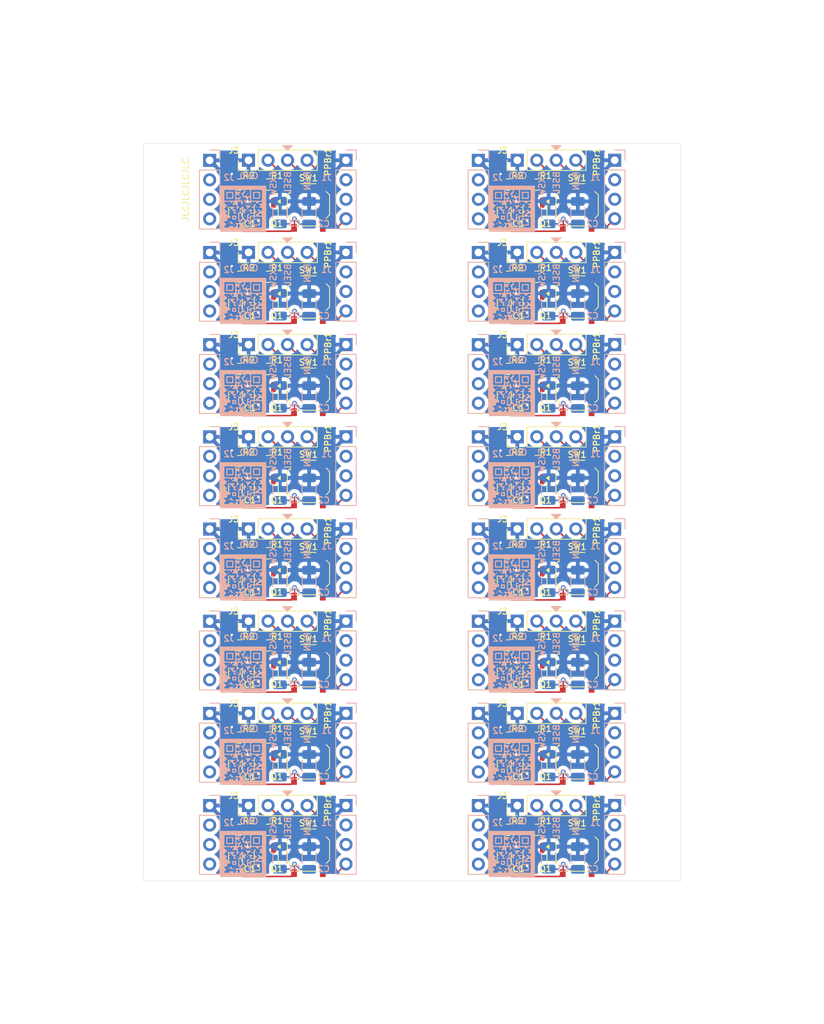
<source format=kicad_pcb>
(kicad_pcb (version 20240108) (generator "pcbnew") (generator_version "8.0")
  (layers (0 "F.Cu" signal) (31 "B.Cu" signal) (34 "B.Paste" user) (35 "F.Paste" user) (36 "B.SilkS" user "B.Silkscreen") (37 "F.SilkS" user "F.Silkscreen") (38 "B.Mask" user) (39 "F.Mask" user) (44 "Edge.Cuts" user))
  (net 0 "")
  (net 1 "GND")
  (net 4 "/RUN")
  (net 8 "Net-(Q1-B)")
  (net 9 "/EXSW")
  (net 10 "/BSEL")
  (footprint "Connector_PinHeader_2.54mm:PinHeader_1x04_P2.54mm_Vertical" (layer "F.Cu") (at 55.89 110.01 90)
    (property "Reference" "J3")
    (property "Value" "~")
  )
  (footprint "Resistor_SMD:R_0805_2012Metric" (layer "F.Cu") (at 89.69 53.185)
    (property "Reference" "R2")
    (property "Value" "100k")
  )
  (footprint "Button_Switch_SMD:SW_Push_1P1T_XKB_TS-1187A" (layer "F.Cu") (at 63.69 103.82 -90)
    (property "Reference" "SW1")
    (property "Value" "REBOOT")
  )
  (footprint "Resistor_SMD:R_0805_2012Metric" (layer "F.Cu") (at 93.42 125.185 180)
    (property "Reference" "R1")
    (property "Value" "10k")
  )
  (footprint "Resistor_SMD:R_0805_2012Metric" (layer "F.Cu") (at 89.69 125.185)
    (property "Reference" "R2")
    (property "Value" "100k")
  )
  (footprint "Button_Switch_SMD:SW_Push_1P1T_XKB_TS-1187A" (layer "F.Cu") (at 98.69 91.82 -90)
    (property "Reference" "SW1")
    (property "Value" "REBOOT")
  )
  (footprint "Capacitor_SMD:C_1206_3216Metric" (layer "F.Cu") (at 54.19 140.82 -90)
    (property "Reference" "C1")
    (property "Value" "47u")
  )
  (footprint "MountingHole:MountingHole_2.2mm_M2" (layer "F.Cu") (at 80.19 139.82 180)
    (property "Reference" "REF**" (hide yes))
    (property "Value" "MountingHole_2.2mm_M2")
  )
  (footprint "MountingHole:MountingHole_2.2mm_M2" (layer "F.Cu") (at 74.19 103.82 180)
    (property "Reference" "REF**" (hide yes))
    (property "Value" "MountingHole_2.2mm_M2")
  )
  (footprint "Connector_PinHeader_2.54mm:PinHeader_1x04_P2.54mm_Vertical" (layer "F.Cu") (at 90.89 98.01 90)
    (property "Reference" "J3")
    (property "Value" "~")
  )
  (footprint "Package_TO_SOT_SMD:SOT-23-3" (layer "F.Cu") (at 93.19 92.6825 -90)
    (property "Reference" "Q1")
    (property "Value" "MMBT3904")
  )
  (footprint "Button_Switch_SMD:SW_Push_1P1T_XKB_TS-1187A" (layer "F.Cu") (at 63.69 115.82 -90)
    (property "Reference" "SW1")
    (property "Value" "REBOOT")
  )
  (footprint "Button_Switch_SMD:SW_Push_1P1T_XKB_TS-1187A" (layer "F.Cu") (at 98.69 55.82 -90)
    (property "Reference" "SW1")
    (property "Value" "REBOOT")
  )
  (footprint "Package_TO_SOT_SMD:SOT-23-3" (layer "F.Cu") (at 58.19 128.6825 -90)
    (property "Reference" "Q1")
    (property "Value" "MMBT3904")
  )
  (footprint "Resistor_SMD:R_0805_2012Metric" (layer "F.Cu") (at 58.42 101.185 180)
    (property "Reference" "R1")
    (property "Value" "10k")
  )
  (footprint "Button_Switch_SMD:SW_Push_1P1T_XKB_TS-1187A" (layer "F.Cu") (at 98.69 79.82 -90)
    (property "Reference" "SW1")
    (property "Value" "REBOOT")
  )
  (footprint "Resistor_SMD:R_0805_2012Metric" (layer "F.Cu") (at 89.69 101.185)
    (property "Reference" "R2")
    (property "Value" "100k")
  )
  (footprint "Connector_PinHeader_2.54mm:PinHeader_1x04_P2.54mm_Vertical" (layer "F.Cu") (at 90.89 134.01 90)
    (property "Reference" "J3")
    (property "Value" "~")
  )
  (footprint "Resistor_SMD:R_0805_2012Metric" (layer "F.Cu") (at 89.69 89.185)
    (property "Reference" "R2")
    (property "Value" "100k")
  )
  (footprint "MountingHole:MountingHole_2.2mm_M2" (layer "F.Cu") (at 45.19 67.82 180)
    (property "Reference" "REF**" (hide yes))
    (property "Value" "MountingHole_2.2mm_M2")
  )
  (footprint "Resistor_SMD:R_0805_2012Metric" (layer "F.Cu") (at 93.42 113.185 180)
    (property "Reference" "R1")
    (property "Value" "10k")
  )
  (footprint "Resistor_SMD:R_0805_2012Metric" (layer "F.Cu") (at 93.42 89.185 180)
    (property "Reference" "R1")
    (property "Value" "10k")
  )
  (footprint "MountingHole:MountingHole_2.2mm_M2" (layer "F.Cu") (at 45.19 55.82 180)
    (property "Reference" "REF**" (hide yes))
    (property "Value" "MountingHole_2.2mm_M2")
  )
  (footprint "Capacitor_SMD:C_1206_3216Metric" (layer "F.Cu") (at 54.19 128.82 -90)
    (property "Reference" "C1")
    (property "Value" "47u")
  )
  (footprint "Capacitor_SMD:C_1206_3216Metric" (layer "F.Cu") (at 89.19 56.82 -90)
    (property "Reference" "C1")
    (property "Value" "47u")
  )
  (footprint "MountingHole:MountingHole_2.2mm_M2" (layer "F.Cu") (at 45.19 91.82 180)
    (property "Reference" "REF**" (hide yes))
    (property "Value" "MountingHole_2.2mm_M2")
  )
  (footprint "Button_Switch_SMD:SW_Push_1P1T_XKB_TS-1187A" (layer "F.Cu") (at 98.69 115.82 -90)
    (property "Reference" "SW1")
    (property "Value" "REBOOT")
  )
  (footprint "Capacitor_SMD:C_1206_3216Metric" (layer "F.Cu") (at 89.19 92.82 -90)
    (property "Reference" "C1")
    (property "Value" "47u")
  )
  (footprint "Connector_PinHeader_2.54mm:PinHeader_1x04_P2.54mm_Vertical" (layer "F.Cu") (at 90.89 74.01 90)
    (property "Reference" "J3")
    (property "Value" "~")
  )
  (footprint "Button_Switch_SMD:SW_Push_1P1T_XKB_TS-1187A" (layer "F.Cu") (at 98.69 127.82 -90)
    (property "Reference" "SW1")
    (property "Value" "REBOOT")
  )
  (footprint "Button_Switch_SMD:SW_Push_1P1T_XKB_TS-1187A" (layer "F.Cu") (at 98.69 139.82 -90)
    (property "Reference" "SW1")
    (property "Value" "REBOOT")
  )
  (footprint "Capacitor_SMD:C_1206_3216Metric" (layer "F.Cu") (at 54.19 104.82 -90)
    (property "Reference" "C1")
    (property "Value" "47u")
  )
  (footprint "Package_TO_SOT_SMD:SOT-23-3" (layer "F.Cu") (at 93.19 68.6825 -90)
    (property "Reference" "Q1")
    (property "Value" "MMBT3904")
  )
  (footprint "MountingHole:MountingHole_2.2mm_M2" (layer "F.Cu") (at 109.19 91.82 180)
    (property "Reference" "REF**" (hide yes))
    (property "Value" "MountingHole_2.2mm_M2")
  )
  (footprint "MountingHole:MountingHole_2.2mm_M2" (layer "F.Cu") (at 80.19 67.82 180)
    (property "Reference" "REF**" (hide yes))
    (property "Value" "MountingHole_2.2mm_M2")
  )
  (footprint "Resistor_SMD:R_0805_2012Metric" (layer "F.Cu") (at 93.42 137.185 180)
    (property "Reference" "R1")
    (property "Value" "10k")
  )
  (footprint "Resistor_SMD:R_0805_2012Metric" (layer "F.Cu") (at 54.69 53.185)
    (property "Reference" "R2")
    (property "Value" "100k")
  )
  (footprint "Resistor_SMD:R_0805_2012Metric" (layer "F.Cu") (at 93.42 65.185 180)
    (property "Reference" "R1")
    (property "Value" "10k")
  )
  (footprint "MountingHole:MountingHole_2.2mm_M2" (layer "F.Cu") (at 74.19 127.82 180)
    (property "Reference" "REF**" (hide yes))
    (property "Value" "MountingHole_2.2mm_M2")
  )
  (footprint "Resistor_SMD:R_0805_2012Metric" (layer "F.Cu") (at 58.42 65.185 180)
    (property "Reference" "R1")
    (property "Value" "10k")
  )
  (footprint "Capacitor_SMD:C_1206_3216Metric" (layer "F.Cu") (at 54.19 92.82 -90)
    (property "Reference" "C1")
    (property "Value" "47u")
  )
  (footprint "MountingHole:MountingHole_2.2mm_M2" (layer "F.Cu") (at 80.19 79.82 180)
    (property "Reference" "REF**" (hide yes))
    (property "Value" "MountingHole_2.2mm_M2")
  )
  (footprint "Resistor_SMD:R_0805_2012Metric" (layer "F.Cu") (at 58.42 53.185 180)
    (property "Reference" "R1")
    (property "Value" "10k")
  )
  (footprint "MountingHole:MountingHole_2.2mm_M2" (layer "F.Cu") (at 80.19 91.82 180)
    (property "Reference" "REF**" (hide yes))
    (property "Value" "MountingHole_2.2mm_M2")
  )
  (footprint "Button_Switch_SMD:SW_Push_1P1T_XKB_TS-1187A" (layer "F.Cu") (at 98.69 67.82 -90)
    (property "Reference" "SW1")
    (property "Value" "REBOOT")
  )
  (footprint "Capacitor_SMD:C_1206_3216Metric" (layer "F.Cu") (at 89.19 68.82 -90)
    (property "Reference" "C1")
    (property "Value" "47u")
  )
  (footprint "Resistor_SMD:R_0805_2012Metric" (layer "F.Cu") (at 58.42 77.185 180)
    (property "Reference" "R1")
    (property "Value" "10k")
  )
  (footprint "Connector_PinHeader_2.54mm:PinHeader_1x04_P2.54mm_Vertical" (layer "F.Cu") (at 55.89 134.01 90)
    (property "Reference" "J3")
    (property "Value" "~")
  )
  (footprint "Package_TO_SOT_SMD:SOT-23-3" (layer "F.Cu") (at 93.19 56.6825 -90)
    (property "Reference" "Q1")
    (property "Value" "MMBT3904")
  )
  (footprint "Resistor_SMD:R_0805_2012Metric" (layer "F.Cu") (at 54.69 113.185)
    (property "Reference" "R2")
    (property "Value" "100k")
  )
  (footprint "Package_TO_SOT_SMD:SOT-23-3" (layer "F.Cu") (at 58.19 80.6825 -90)
    (property "Reference" "Q1")
    (property "Value" "MMBT3904")
  )
  (footprint "Package_TO_SOT_SMD:SOT-23-3" (layer "F.Cu") (at 93.19 116.6825 -90)
    (property "Reference" "Q1")
    (property "Value" "MMBT3904")
  )
  (footprint "Button_Switch_SMD:SW_Push_1P1T_XKB_TS-1187A" (layer "F.Cu") (at 63.69 139.82 -90)
    (property "Reference" "SW1")
    (property "Value" "REBOOT")
  )
  (footprint "MountingHole:MountingHole_2.2mm_M2" (layer "F.Cu") (at 109.19 55.82 180)
    (property "Reference" "REF**" (hide yes))
    (property "Value" "MountingHole_2.2mm_M2")
  )
  (footprint "Package_TO_SOT_SMD:SOT-23-3" (layer "F.Cu") (at 58.19 116.6825 -90)
    (property "Reference" "Q1")
    (property "Value" "MMBT3904")
  )
  (footprint "Resistor_SMD:R_0805_2012Metric" (layer "F.Cu") (at 89.69 113.185)
    (property "Reference" "R2")
    (property "Value" "100k")
  )
  (footprint "Button_Switch_SMD:SW_Push_1P1T_XKB_TS-1187A" (layer "F.Cu") (at 63.69 91.82 -90)
    (property "Reference" "SW1")
    (property "Value" "REBOOT")
  )
  (footprint "MountingHole:MountingHole_2.2mm_M2" (layer "F.Cu") (at 74.19 55.82 180)
    (property "Reference" "REF**" (hide yes))
    (property "Value" "MountingHole_2.2mm_M2")
  )
  (footprint "MountingHole:MountingHole_2.2mm_M2" (layer "F.Cu") (at 109.19 67.82 180)
    (property "Reference" "REF**" (hide yes))
    (property "Value" "MountingHole_2.2mm_M2")
  )
  (footprint "Capacitor_SMD:C_1206_3216Metric" (layer "F.Cu") (at 89.19 80.82 -90)
    (property "Reference" "C1")
    (property "Value" "47u")
  )
  (footprint "Capacitor_SMD:C_1206_3216Metric" (layer "F.Cu") (at 54.19 116.82 -90)
    (property "Reference" "C1")
    (property "Value" "47u")
  )
  (footprint "Package_TO_SOT_SMD:SOT-23-3" (layer "F.Cu") (at 58.19 104.6825 -90)
    (property "Reference" "Q1")
    (property "Value" "MMBT3904")
  )
  (footprint "MountingHole:MountingHole_2.2mm_M2" (layer "F.Cu") (at 80.19 127.82 180)
    (property "Reference" "REF**" (hide yes))
    (property "Value" "MountingHole_2.2mm_M2")
  )
  (footprint "Package_TO_SOT_SMD:SOT-23-3" (layer "F.Cu") (at 58.19 68.6825 -90)
    (property "Reference" "Q1")
    (property "Value" "MMBT3904")
  )
  (footprint "MountingHole:MountingHole_2.2mm_M2" (layer "F.Cu") (at 109.19 79.82 180)
    (property "Reference" "REF**" (hide yes))
    (property "Value" "MountingHole_2.2mm_M2")
  )
  (footprint "Resistor_SMD:R_0805_2012Metric" (layer "F.Cu") (at 54.69 77.185)
    (property "Reference" "R2")
    (property "Value" "100k")
  )
  (footprint "Button_Switch_SMD:SW_Push_1P1T_XKB_TS-1187A" (layer "F.Cu") (at 63.69 67.82 -90)
    (property "Reference" "SW1")
    (property "Value" "REBOOT")
  )
  (footprint "MountingHole:MountingHole_2.2mm_M2" (layer "F.Cu") (at 74.19 115.82 180)
    (property "Reference" "REF**" (hide yes))
    (property "Value" "MountingHole_2.2mm_M2")
  )
  (footprint "MountingHole:MountingHole_2.2mm_M2" (layer "F.Cu") (at 74.19 91.82 180)
    (property "Reference" "REF**" (hide yes))
    (property "Value" "MountingHole_2.2mm_M2")
  )
  (footprint "MountingHole:MountingHole_2.2mm_M2" (layer "F.Cu") (at 45.19 103.82 180)
    (property "Reference" "REF**" (hide yes))
    (property "Value" "MountingHole_2.2mm_M2")
  )
  (footprint "Resistor_SMD:R_0805_2012Metric" (layer "F.Cu") (at 54.69 65.185)
    (property "Reference" "R2")
    (property "Value" "100k")
  )
  (footprint "MountingHole:MountingHole_2.2mm_M2" (layer "F.Cu") (at 109.19 115.82 180)
    (property "Reference" "REF**" (hide yes))
    (property "Value" "MountingHole_2.2mm_M2")
  )
  (footprint "Connector_PinHeader_2.54mm:PinHeader_1x04_P2.54mm_Vertical" (layer "F.Cu") (at 55.89 62.01 90)
    (property "Reference" "J3")
    (property "Value" "~")
  )
  (footprint "Connector_PinHeader_2.54mm:PinHeader_1x04_P2.54mm_Vertical" (layer "F.Cu") (at 90.89 86.01 90)
    (property "Reference" "J3")
    (property "Value" "~")
  )
  (footprint "Connector_PinHeader_2.54mm:PinHeader_1x04_P2.54mm_Vertical" (layer "F.Cu") (at 55.89 86.01 90)
    (property "Reference" "J3")
    (property "Value" "~")
  )
  (footprint "MountingHole:MountingHole_2.2mm_M2" (layer "F.Cu") (at 74.19 139.82 180)
    (property "Reference" "REF**" (hide yes))
    (property "Value" "MountingHole_2.2mm_M2")
  )
  (footprint "Connector_PinHeader_2.54mm:PinHeader_1x04_P2.54mm_Vertical" (layer "F.Cu") (at 55.89 98.01 90)
    (property "Reference" "J3")
    (property "Value" "~")
  )
  (footprint "MountingHole:MountingHole_2.2mm_M2" (layer "F.Cu") (at 109.19 103.82 180)
    (property "Reference" "REF**" (hide yes))
    (property "Value" "MountingHole_2.2mm_M2")
  )
  (footprint "Capacitor_SMD:C_1206_3216Metric" (layer "F.Cu") (at 89.19 104.82 -90)
    (property "Reference" "C1")
    (property "Value" "47u")
  )
  (footprint "Connector_PinHeader_2.54mm:PinHeader_1x04_P2.54mm_Vertical" (layer "F.Cu") (at 90.89 62.01 90)
    (property "Reference" "J3")
    (property "Value" "~")
  )
  (footprint "Resistor_SMD:R_0805_2012Metric" (layer "F.Cu") (at 58.42 137.185 180)
    (property "Reference" "R1")
    (property "Value" "10k")
  )
  (footprint "Capacitor_SMD:C_1206_3216Metric" (layer "F.Cu") (at 89.19 128.82 -90)
    (property "Reference" "C1")
    (property "Value" "47u")
  )
  (footprint "Resistor_SMD:R_0805_2012Metric" (layer "F.Cu") (at 54.69 89.185)
    (property "Reference" "R2")
    (property "Value" "100k")
  )
  (footprint "Package_TO_SOT_SMD:SOT-23-3" (layer "F.Cu") (at 93.19 104.6825 -90)
    (property "Reference" "Q1")
    (property "Value" "MMBT3904")
  )
  (footprint "MountingHole:MountingHole_2.2mm_M2" (layer "F.Cu") (at 74.19 67.82 180)
    (property "Reference" "REF**" (hide yes))
    (property "Value" "MountingHole_2.2mm_M2")
  )
  (footprint "MountingHole:MountingHole_2.2mm_M2" (layer "F.Cu") (at 80.19 115.82 180)
    (property "Reference" "REF**" (hide yes))
    (property "Value" "MountingHole_2.2mm_M2")
  )
  (footprint "Package_TO_SOT_SMD:SOT-23-3" (layer "F.Cu") (at 58.19 56.6825 -90)
    (property "Reference" "Q1")
    (property "Value" "MMBT3904")
  )
  (footprint "MountingHole:MountingHole_2.2mm_M2" (layer "F.Cu") (at 45.19 115.82 180)
    (property "Reference" "REF**" (hide yes))
    (property "Value" "MountingHole_2.2mm_M2")
  )
  (footprint "Capacitor_SMD:C_1206_3216Metric" (layer "F.Cu") (at 89.19 116.82 -90)
    (property "Reference" "C1")
    (property "Value" "47u")
  )
  (footprint "Capacitor_SMD:C_1206_3216Metric" (layer "F.Cu") (at 89.19 140.82 -90)
    (property "Reference" "C1")
    (property "Value" "47u")
  )
  (footprint "Package_TO_SOT_SMD:SOT-23-3" (layer "F.Cu") (at 93.19 128.6825 -90)
    (property "Reference" "Q1")
    (property "Value" "MMBT3904")
  )
  (footprint "MountingHole:MountingHole_2.2mm_M2" (layer "F.Cu") (at 45.19 79.82 180)
    (property "Reference" "REF**" (hide yes))
    (property "Value" "MountingHole_2.2mm_M2")
  )
  (footprint "Resistor_SMD:R_0805_2012Metric" (layer "F.Cu") (at 93.42 53.185 180)
    (property "Reference" "R1")
    (property "Value" "10k")
  )
  (footprint "Button_Switch_SMD:SW_Push_1P1T_XKB_TS-1187A" (layer "F.Cu") (at 98.69 103.82 -90)
    (property "Reference" "SW1")
    (property "Value" "REBOOT")
  )
  (footprint "Capacitor_SMD:C_1206_3216Metric" (layer "F.Cu") (at 54.19 80.82 -90)
    (property "Reference" "C1")
    (property "Value" "47u")
  )
  (footprint "Connector_PinHeader_2.54mm:PinHeader_1x04_P2.54mm_Vertical" (layer "F.Cu") (at 55.89 50.01 90)
    (property "Reference" "J3")
    (property "Value" "~")
  )
  (footprint "MountingHole:MountingHole_2.2mm_M2" (layer "F.Cu") (at 80.19 55.82 180)
    (property "Reference" "REF**" (hide yes))
    (property "Value" "MountingHole_2.2mm_M2")
  )
  (footprint "Connector_PinHeader_2.54mm:PinHeader_1x04_P2.54mm_Vertical" (layer "F.Cu") (at 55.89 74.01 90)
    (property "Reference" "J3")
    (property "Value" "~")
  )
  (footprint "Capacitor_SMD:C_1206_3216Metric" (layer "F.Cu") (at 54.19 56.82 -90)
    (property "Reference" "C1")
    (property "Value" "47u")
  )
  (footprint "MountingHole:MountingHole_2.2mm_M2" (layer "F.Cu") (at 45.19 127.82 180)
    (property "Reference" "REF**" (hide yes))
    (property "Value" "MountingHole_2.2mm_M2")
  )
  (footprint "Resistor_SMD:R_0805_2012Metric" (layer "F.Cu") (at 54.69 137.185)
    (property "Reference" "R2")
    (property "Value" "100k")
  )
  (footprint "Resistor_SMD:R_0805_2012Metric" (layer "F.Cu") (at 89.69 77.185)
    (property "Reference" "R2")
    (property "Value" "100k")
  )
  (footprint "Package_TO_SOT_SMD:SOT-23-3" (layer "F.Cu") (at 93.19 140.6825 -90)
    (property "Reference" "Q1")
    (property "Value" "MMBT3904")
  )
  (footprint "Connector_PinHeader_2.54mm:PinHeader_1x04_P2.54mm_Vertical" (layer "F.Cu") (at 55.89 122.01 90)
    (property "Reference" "J3")
    (property "Value" "~")
  )
  (footprint "Resistor_SMD:R_0805_2012Metric" (layer "F.Cu") (at 89.69 137.185)
    (property "Reference" "R2")
    (property "Value" "100k")
  )
  (footprint "Resistor_SMD:R_0805_2012Metric" (layer "F.Cu") (at 58.42 113.185 180)
    (property "Reference" "R1")
    (property "Value" "10k")
  )
  (footprint "Connector_PinHeader_2.54mm:PinHeader_1x04_P2.54mm_Vertical" (layer "F.Cu") (at 90.89 110.01 90)
    (property "Reference" "J3")
    (property "Value" "~")
  )
  (footprint "Resistor_SMD:R_0805_2012Metric" (layer "F.Cu") (at 58.42 125.185 180)
    (property "Reference" "R1")
    (property "Value" "10k")
  )
  (footprint "Resistor_SMD:R_0805_2012Metric" (layer "F.Cu") (at 58.42 89.185 180)
    (property "Reference" "R1")
    (property "Value" "10k")
  )
  (footprint "Resistor_SMD:R_0805_2012Metric" (layer "F.Cu") (at 89.69 65.185)
    (property "Reference" "R2")
    (property "Value" "100k")
  )
  (footprint "Resistor_SMD:R_0805_2012Metric" (layer "F.Cu") (at 93.42 77.185 180)
    (property "Reference" "R1")
    (property "Value" "10k")
  )
  (footprint "Resistor_SMD:R_0805_2012Metric" (layer "F.Cu") (at 93.42 101.185 180)
    (property "Reference" "R1")
    (property "Value" "10k")
  )
  (footprint "Package_TO_SOT_SMD:SOT-23-3" (layer "F.Cu") (at 58.19 140.6825 -90)
    (property "Reference" "Q1")
    (property "Value" "MMBT3904")
  )
  (footprint "Resistor_SMD:R_0805_2012Metric" (layer "F.Cu") (at 54.69 101.185)
    (property "Reference" "R2")
    (property "Value" "100k")
  )
  (footprint "Package_TO_SOT_SMD:SOT-23-3" (layer "F.Cu") (at 58.19 92.6825 -90)
    (property "Reference" "Q1")
    (property "Value" "MMBT3904")
  )
  (footprint "Connector_PinHeader_2.54mm:PinHeader_1x04_P2.54mm_Vertical" (layer "F.Cu") (at 90.89 122.01 90)
    (property "Reference" "J3")
    (property "Value" "~")
  )
  (footprint "Package_TO_SOT_SMD:SOT-23-3" (layer "F.Cu") (at 93.19 80.6825 -90)
    (property "Reference" "Q1")
    (property "Value" "MMBT3904")
  )
  (footprint "Resistor_SMD:R_0805_2012Metric" (layer "F.Cu") (at 54.69 125.185)
    (property "Reference" "R2")
    (property "Value" "100k")
  )
  (footprint "MountingHole:MountingHole_2.2mm_M2" (layer "F.Cu") (at 45.19 139.82 180)
    (property "Reference" "REF**" (hide yes))
    (property "Value" "MountingHole_2.2mm_M2")
  )
  (footprint "MountingHole:MountingHole_2.2mm_M2" (layer "F.Cu") (at 109.19 127.82 180)
    (property "Reference" "REF**" (hide yes))
    (property "Value" "MountingHole_2.2mm_M2")
  )
  (footprint "MountingHole:MountingHole_2.2mm_M2" (layer "F.Cu") (at 109.19 139.82 180)
    (property "Reference" "REF**" (hide yes))
    (property "Value" "MountingHole_2.2mm_M2")
  )
  (footprint "Capacitor_SMD:C_1206_3216Metric" (layer "F.Cu") (at 54.19 68.82 -90)
    (property "Reference" "C1")
    (property "Value" "47u")
  )
  (footprint "Button_Switch_SMD:SW_Push_1P1T_XKB_TS-1187A" (layer "F.Cu") (at 63.69 55.82 -90)
    (property "Reference" "SW1")
    (property "Value" "REBOOT")
  )
  (footprint "Button_Switch_SMD:SW_Push_1P1T_XKB_TS-1187A" (layer "F.Cu") (at 63.69 127.82 -90)
    (property "Reference" "SW1")
    (property "Value" "REBOOT")
  )
  (footprint "Connector_PinHeader_2.54mm:PinHeader_1x04_P2.54mm_Vertical" (layer "F.Cu") (at 90.89 50.01 90)
    (property "Reference" "J3")
    (property "Value" "~")
  )
  (footprint "MountingHole:MountingHole_2.2mm_M2" (layer "F.Cu") (at 80.19 103.82 180)
    (property "Reference" "REF**" (hide yes))
    (property "Value" "MountingHole_2.2mm_M2")
  )
  (footprint "Button_Switch_SMD:SW_Push_1P1T_XKB_TS-1187A" (layer "F.Cu") (at 63.69 79.82 -90)
    (property "Reference" "SW1")
    (property "Value" "REBOOT")
  )
  (footprint "MountingHole:MountingHole_2.2mm_M2" (layer "F.Cu") (at 74.19 79.82 180)
    (property "Reference" "REF**" (hide yes))
    (property "Value" "MountingHole_2.2mm_M2")
  )
  (footprint "LOGO" (layer "B.Cu") (at 55.19 80.32 180)
    (property "Reference" "G***" (hide yes))
    (property "Value" "LOGO" (hide yes))
  )
  (footprint "LOGO" (layer "B.Cu") (at 55.19 56.32 180)
    (property "Reference" "G***" (hide yes))
    (property "Value" "LOGO" (hide yes))
  )
  (footprint "Connector_PinHeader_2.54mm:PinHeader_1x04_P2.54mm_Vertical" (layer "B.Cu") (at 85.825 98.02 180)
    (property "Reference" "J2")
    (property "Value" "~" (hide yes))
  )
  (footprint "Capacitor_SMD:C_1206_3216Metric" (layer "B.Cu") (at 59.97 92.82 -90)
    (property "Reference" "C3")
    (property "Value" "100u")
  )
  (footprint "Capacitor_SMD:C_1206_3216Metric" (layer "B.Cu") (at 94.97 68.82 -90)
    (property "Reference" "C3")
    (property "Value" "100u")
  )
  (footprint "Capacitor_SMD:C_1206_3216Metric" (layer "B.Cu") (at 94.97 140.82 -90)
    (property "Reference" "C3")
    (property "Value" "100u")
  )
  (footprint "Connector_PinHeader_2.54mm:PinHeader_1x04_P2.54mm_Vertical" (layer "B.Cu") (at 68.58 50.01 180)
    (property "Reference" "J1")
    (property "Value" "~" (hide yes))
  )
  (footprint "Capacitor_SMD:C_1206_3216Metric" (layer "B.Cu") (at 63.78 56.845 -90)
    (property "Reference" "C2")
    (property "Value" "100u")
  )
  (footprint "Capacitor_SMD:C_1206_3216Metric" (layer "B.Cu") (at 63.78 116.845 -90)
    (property "Reference" "C2")
    (property "Value" "100u")
  )
  (footprint "Capacitor_SMD:C_1206_3216Metric" (layer "B.Cu") (at 94.97 104.82 -90)
    (property "Reference" "C3")
    (property "Value" "100u")
  )
  (footprint "Connector_PinHeader_2.54mm:PinHeader_1x04_P2.54mm_Vertical" (layer "B.Cu") (at 103.58 110.01 180)
    (property "Reference" "J1")
    (property "Value" "~" (hide yes))
  )
  (footprint "Connector_PinHeader_2.54mm:PinHeader_1x04_P2.54mm_Vertical" (layer "B.Cu") (at 50.825 98.02 180)
    (property "Reference" "J2")
    (property "Value" "~" (hide yes))
  )
  (footprint "Capacitor_SMD:C_1206_3216Metric" (layer "B.Cu") (at 63.78 128.845 -90)
    (property "Reference" "C2")
    (property "Value" "100u")
  )
  (footprint "Capacitor_SMD:C_1206_3216Metric" (layer "B.Cu") (at 59.97 128.82 -90)
    (property "Reference" "C3")
    (property "Value" "100u")
  )
  (footprint "Capacitor_SMD:C_1206_3216Metric" (layer "B.Cu") (at 98.78 116.845 -90)
    (property "Reference" "C2")
    (property "Value" "100u")
  )
  (footprint "Capacitor_SMD:C_1206_3216Metric" (layer "B.Cu") (at 59.97 104.82 -90)
    (property "Reference" "C3")
    (property "Value" "100u")
  )
  (footprint "LOGO" (layer "B.Cu") (at 90.19 56.32 180)
    (property "Reference" "G***" (hide yes))
    (property "Value" "LOGO" (hide yes))
  )
  (footprint "Capacitor_SMD:C_1206_3216Metric" (layer "B.Cu") (at 59.97 56.82 -90)
    (property "Reference" "C3")
    (property "Value" "100u")
  )
  (footprint "Capacitor_SMD:C_1206_3216Metric" (layer "B.Cu") (at 63.78 140.845 -90)
    (property "Reference" "C2")
    (property "Value" "100u")
  )
  (footprint "LOGO" (layer "B.Cu") (at 90.19 128.32 180)
    (property "Reference" "G***" (hide yes))
    (property "Value" "LOGO" (hide yes))
  )
  (footprint "LOGO" (layer "B.Cu") (at 55.19 116.32 180)
    (property "Reference" "G***" (hide yes))
    (property "Value" "LOGO" (hide yes))
  )
  (footprint "Connector_PinHeader_2.54mm:PinHeader_1x04_P2.54mm_Vertical" (layer "B.Cu") (at 68.58 110.01 180)
    (property "Reference" "J1")
    (property "Value" "~" (hide yes))
  )
  (footprint "Connector_PinHeader_2.54mm:PinHeader_1x04_P2.54mm_Vertical" (layer "B.Cu") (at 85.825 110.02 180)
    (property "Reference" "J2")
    (property "Value" "~" (hide yes))
  )
  (footprint "Capacitor_SMD:C_1206_3216Metric" (layer "B.Cu") (at 59.97 80.82 -90)
    (property "Reference" "C3")
    (property "Value" "100u")
  )
  (footprint "LOGO" (layer "B.Cu") (at 55.19 68.32 180)
    (property "Reference" "G***" (hide yes))
    (property "Value" "LOGO" (hide yes))
  )
  (footprint "Connector_PinHeader_2.54mm:PinHeader_1x04_P2.54mm_Vertical" (layer "B.Cu") (at 68.58 98.01 180)
    (property "Reference" "J1")
    (property "Value" "~" (hide yes))
  )
  (footprint "Connector_PinHeader_2.54mm:PinHeader_1x04_P2.54mm_Vertical" (layer "B.Cu") (at 103.58 50.01 180)
    (property "Reference" "J1")
    (property "Value" "~" (hide yes))
  )
  (footprint "Capacitor_SMD:C_1206_3216Metric" (layer "B.Cu") (at 98.78 80.845 -90)
    (property "Reference" "C2")
    (property "Value" "100u")
  )
  (footprint "Connector_PinHeader_2.54mm:PinHeader_1x04_P2.54mm_Vertical" (layer "B.Cu") (at 50.825 122.02 180)
    (property "Reference" "J2")
    (property "Value" "~" (hide yes))
  )
  (footprint "Capacitor_SMD:C_1206_3216Metric" (layer "B.Cu") (at 63.78 80.845 -90)
    (property "Reference" "C2")
    (property "Value" "100u")
  )
  (footprint "Capacitor_SMD:C_1206_3216Metric" (layer "B.Cu") (at 59.97 68.82 -90)
    (property "Reference" "C3")
    (property "Value" "100u")
  )
  (footprint "Connector_PinHeader_2.54mm:PinHeader_1x04_P2.54mm_Vertical" (layer "B.Cu") (at 50.825 74.02 180)
    (property "Reference" "J2")
    (property "Value" "~" (hide yes))
  )
  (footprint "LOGO" (layer "B.Cu") (at 90.19 116.32 180)
    (property "Reference" "G***" (hide yes))
    (property "Value" "LOGO" (hide yes))
  )
  (footprint "LOGO" (layer "B.Cu") (at 90.19 104.32 180)
    (property "Reference" "G***" (hide yes))
    (property "Value" "LOGO" (hide yes))
  )
  (footprint "Capacitor_SMD:C_1206_3216Metric" (layer "B.Cu") (at 98.78 128.845 -90)
    (property "Reference" "C2")
    (property "Value" "100u")
  )
  (footprint "Capacitor_SMD:C_1206_3216Metric" (layer "B.Cu") (at 63.78 68.845 -90)
    (property "Reference" "C2")
    (property "Value" "100u")
  )
  (footprint "LOGO" (layer "B.Cu") (at 90.19 80.32 180)
    (property "Reference" "G***" (hide yes))
    (property "Value" "LOGO" (hide yes))
  )
  (footprint "LOGO" (layer "B.Cu") (at 55.19 104.32 180)
    (property "Reference" "G***" (hide yes))
    (property "Value" "LOGO" (hide yes))
  )
  (footprint "Connector_PinHeader_2.54mm:PinHeader_1x04_P2.54mm_Vertical" (layer "B.Cu") (at 50.825 110.02 180)
    (property "Reference" "J2")
    (property "Value" "~" (hide yes))
  )
  (footprint "Connector_PinHeader_2.54mm:PinHeader_1x04_P2.54mm_Vertical" (layer "B.Cu") (at 103.58 98.01 180)
    (property "Reference" "J1")
    (property "Value" "~" (hide yes))
  )
  (footprint "Capacitor_SMD:C_1206_3216Metric" (layer "B.Cu") (at 59.97 116.82 -90)
    (property "Reference" "C3")
    (property "Value" "100u")
  )
  (footprint "LOGO" (layer "B.Cu") (at 55.19 140.32 180)
    (property "Reference" "G***" (hide yes))
    (property "Value" "LOGO" (hide yes))
  )
  (footprint "Capacitor_SMD:C_1206_3216Metric" (layer "B.Cu") (at 98.78 140.845 -90)
    (property "Reference" "C2")
    (property "Value" "100u")
  )
  (footprint "Connector_PinHeader_2.54mm:PinHeader_1x04_P2.54mm_Vertical" (layer "B.Cu") (at 85.825 62.02 180)
    (property "Reference" "J2")
    (property "Value" "~" (hide yes))
  )
  (footprint "LOGO" (layer "B.Cu") (at 55.19 128.32 180)
    (property "Reference" "G***" (hide yes))
    (property "Value" "LOGO" (hide yes))
  )
  (footprint "LOGO" (layer "B.Cu") (at 90.19 68.32 180)
    (property "Reference" "G***" (hide yes))
    (property "Value" "LOGO" (hide yes))
  )
  (footprint "LOGO" (layer "B.Cu") (at 90.19 92.32 180)
    (property "Reference" "G***" (hide yes))
    (property "Value" "LOGO" (hide yes))
  )
  (footprint "Capacitor_SMD:C_1206_3216Metric" (layer "B.Cu") (at 94.97 80.82 -90)
    (property "Reference" "C3")
    (property "Value" "100u")
  )
  (footprint "Capacitor_SMD:C_1206_3216Metric" (layer "B.Cu") (at 94.97 116.82 -90)
    (property "Reference" "C3")
    (property "Value" "100u")
  )
  (footprint "Connector_PinHeader_2.54mm:PinHeader_1x04_P2.54mm_Vertical" (layer "B.Cu") (at 103.58 62.01 180)
    (property "Reference" "J1")
    (property "Value" "~" (hide yes))
  )
  (footprint "Connector_PinHeader_2.54mm:PinHeader_1x04_P2.54mm_Vertical" (layer "B.Cu") (at 103.58 74.01 180)
    (property "Reference" "J1")
    (property "Value" "~" (hide yes))
  )
  (footprint "Connector_PinHeader_2.54mm:PinHeader_1x04_P2.54mm_Vertical" (layer "B.Cu") (at 85.825 50.02 180)
    (property "Reference" "J2")
    (property "Value" "~" (hide yes))
  )
  (footprint "Capacitor_SMD:C_1206_3216Metric" (layer "B.Cu") (at 63.78 104.845 -90)
    (property "Reference" "C2")
    (property "Value" "100u")
  )
  (footprint "Connector_PinHeader_2.54mm:PinHeader_1x04_P2.54mm_Vertical" (layer "B.Cu") (at 103.58 122.01 180)
    (property "Reference" "J1")
    (property "Value" "~" (hide yes))
  )
  (footprint "Capacitor_SMD:C_1206_3216Metric" (layer "B.Cu") (at 98.78 104.845 -90)
    (property "Reference" "C2")
    (property "Value" "100u")
  )
  (footprint "LOGO" (layer "B.Cu") (at 90.19 140.32 180)
    (property "Reference" "G***" (hide yes))
    (property "Value" "LOGO" (hide yes))
  )
  (footprint "Connector_PinHeader_2.54mm:PinHeader_1x04_P2.54mm_Vertical" (layer "B.Cu") (at 85.825 86.02 180)
    (property "Reference" "J2")
    (property "Value" "~" (hide yes))
  )
  (footprint "Connector_PinHeader_2.54mm:PinHeader_1x04_P2.54mm_Vertical" (layer "B.Cu") (at 85.825 74.02 180)
    (property "Reference" "J2")
    (property "Value" "~" (hide yes))
  )
  (footprint "Connector_PinHeader_2.54mm:PinHeader_1x04_P2.54mm_Vertical" (layer "B.Cu") (at 50.825 62.02 180)
    (property "Reference" "J2")
    (property "Value" "~" (hide yes))
  )
  (footprint "Connector_PinHeader_2.54mm:PinHeader_1x04_P2.54mm_Vertical" (layer "B.Cu") (at 103.58 134.01 180)
    (property "Reference" "J1")
    (property "Value" "~" (hide yes))
  )
  (footprint "Connector_PinHeader_2.54mm:PinHeader_1x04_P2.54mm_Vertical" (layer "B.Cu") (at 68.58 62.01 180)
    (property "Reference" "J1")
    (property "Value" "~" (hide yes))
  )
  (footprint "Connector_PinHeader_2.54mm:PinHeader_1x04_P2.54mm_Vertical" (layer "B.Cu") (at 50.825 86.02 180)
    (property "Reference" "J2")
    (property "Value" "~" (hide yes))
  )
  (footprint "Capacitor_SMD:C_1206_3216Metric" (layer "B.Cu") (at 94.97 128.82 -90)
    (property "Reference" "C3")
    (property "Value" "100u")
  )
  (footprint "Capacitor_SMD:C_1206_3216Metric" (layer "B.Cu") (at 94.97 56.82 -90)
    (property "Reference" "C3")
    (property "Value" "100u")
  )
  (footprint "LOGO" (layer "B.Cu") (at 55.19 92.32 180)
    (property "Reference" "G***" (hide yes))
    (property "Value" "LOGO" (hide yes))
  )
  (footprint "Capacitor_SMD:C_1206_3216Metric" (layer "B.Cu") (at 98.78 68.845 -90)
    (property "Reference" "C2")
    (property "Value" "100u")
  )
  (footprint "Connector_PinHeader_2.54mm:PinHeader_1x04_P2.54mm_Vertical" (layer "B.Cu") (at 68.58 134.01 180)
    (property "Reference" "J1")
    (property "Value" "~" (hide yes))
  )
  (footprint "Connector_PinHeader_2.54mm:PinHeader_1x04_P2.54mm_Vertical" (layer "B.Cu") (at 68.58 74.01 180)
    (property "Reference" "J1")
    (property "Value" "~" (hide yes))
  )
  (footprint "Connector_PinHeader_2.54mm:PinHeader_1x04_P2.54mm_Vertical" (layer "B.Cu") (at 103.58 86.01 180)
    (property "Reference" "J1")
    (property "Value" "~" (hide yes))
  )
  (footprint "Connector_PinHeader_2.54mm:PinHeader_1x04_P2.54mm_Vertical" (layer "B.Cu") (at 68.58 122.01 180)
    (property "Reference" "J1")
    (property "Value" "~" (hide yes))
  )
  (footprint "Capacitor_SMD:C_1206_3216Metric" (layer "B.Cu") (at 59.97 140.82 -90)
    (property "Reference" "C3")
    (property "Value" "100u")
  )
  (footprint "Connector_PinHeader_2.54mm:PinHeader_1x04_P2.54mm_Vertical" (layer "B.Cu") (at 50.825 50.02 180)
    (property "Reference" "J2")
    (property "Value" "~" (hide yes))
  )
  (footprint "Capacitor_SMD:C_1206_3216Metric" (layer "B.Cu") (at 98.78 56.845 -90)
    (property "Reference" "C2")
    (property "Value" "100u")
  )
  (footprint "Connector_PinHeader_2.54mm:PinHeader_1x04_P2.54mm_Vertical" (layer "B.Cu") (at 85.825 134.02 180)
    (property "Reference" "J2")
    (property "Value" "~" (hide yes))
  )
  (footprint "Connector_PinHeader_2.54mm:PinHeader_1x04_P2.54mm_Vertical" (layer "B.Cu") (at 68.58 86.01 180)
    (property "Reference" "J1")
    (property "Value" "~" (hide yes))
  )
  (footprint "Capacitor_SMD:C_1206_3216Metric" (layer "B.Cu") (at 63.78 92.845 -90)
    (property "Reference" "C2")
    (property "Value" "100u")
  )
  (footprint "Connector_PinHeader_2.54mm:PinHeader_1x04_P2.54mm_Vertical" (layer "B.Cu") (at 85.825 122.02 180)
    (property "Reference" "J2")
    (property "Value" "~" (hide yes))
  )
  (footprint "Capacitor_SMD:C_1206_3216Metric" (layer "B.Cu") (at 94.97 92.82 -90)
    (property "Reference" "C3")
    (property "Value" "100u")
  )
  (footprint "Connector_PinHeader_2.54mm:PinHeader_1x04_P2.54mm_Vertical" (layer "B.Cu") (at 50.825 134.02 180)
    (property "Reference" "J2")
    (property "Value" "~" (hide yes))
  )
  (footprint "Capacitor_SMD:C_1206_3216Metric" (layer "B.Cu") (at 98.78 92.845 -90)
    (property "Reference" "C2")
    (property "Value" "100u")
  )
  (gr_poly (pts (xy 95.96 48.74) (xy 96.595 48.105) (xy 95.325 48.105)) (stroke (width 0.1)) (fill solid) (layer "B.SilkS"))
  (gr_poly (pts (xy 95.96 96.74) (xy 96.595 96.105) (xy 95.325 96.105)) (stroke (width 0.1)) (fill solid) (layer "B.SilkS"))
  (gr_poly (pts (xy 95.96 120.74) (xy 96.595 120.105) (xy 95.325 120.105)) (stroke (width 0.1)) (fill solid) (layer "B.SilkS"))
  (gr_poly (pts (xy 60.96 60.74) (xy 61.595 60.105) (xy 60.325 60.105)) (stroke (width 0.1)) (fill solid) (layer "B.SilkS"))
  (gr_poly (pts (xy 95.96 108.74) (xy 96.595 108.105) (xy 95.325 108.105)) (stroke (width 0.1)) (fill solid) (layer "B.SilkS"))
  (gr_poly (pts (xy 95.96 60.74) (xy 96.595 60.105) (xy 95.325 60.105)) (stroke (width 0.1)) (fill solid) (layer "B.SilkS"))
  (gr_poly (pts (xy 95.96 72.74) (xy 96.595 72.105) (xy 95.325 72.105)) (stroke (width 0.1)) (fill solid) (layer "B.SilkS"))
  (gr_poly (pts (xy 95.96 132.74) (xy 96.595 132.105) (xy 95.325 132.105)) (stroke (width 0.1)) (fill solid) (layer "B.SilkS"))
  (gr_poly (pts (xy 60.96 120.74) (xy 61.595 120.105) (xy 60.325 120.105)) (stroke (width 0.1)) (fill solid) (layer "B.SilkS"))
  (gr_poly (pts (xy 60.96 132.74) (xy 61.595 132.105) (xy 60.325 132.105)) (stroke (width 0.1)) (fill solid) (layer "B.SilkS"))
  (gr_poly (pts (xy 60.96 72.74) (xy 61.595 72.105) (xy 60.325 72.105)) (stroke (width 0.1)) (fill solid) (layer "B.SilkS"))
  (gr_poly (pts (xy 60.96 84.74) (xy 61.595 84.105) (xy 60.325 84.105)) (stroke (width 0.1)) (fill solid) (layer "B.SilkS"))
  (gr_poly (pts (xy 95.96 84.74) (xy 96.595 84.105) (xy 95.325 84.105)) (stroke (width 0.1)) (fill solid) (layer "B.SilkS"))
  (gr_poly (pts (xy 60.96 108.74) (xy 61.595 108.105) (xy 60.325 108.105)) (stroke (width 0.1)) (fill solid) (layer "B.SilkS"))
  (gr_poly (pts (xy 60.96 96.74) (xy 61.595 96.105) (xy 60.325 96.105)) (stroke (width 0.1)) (fill solid) (layer "B.SilkS"))
  (gr_poly (pts (xy 60.96 48.74) (xy 61.595 48.105) (xy 60.325 48.105)) (stroke (width 0.1)) (fill solid) (layer "B.SilkS"))
  (gr_poly (pts (xy 96 132.68) (xy 96.595 132.105) (xy 95.325 132.105)) (stroke (width 0.1)) (fill solid) (layer "F.SilkS"))
  (gr_poly (pts (xy 96 48.68) (xy 96.595 48.105) (xy 95.325 48.105)) (stroke (width 0.1)) (fill solid) (layer "F.SilkS"))
  (gr_poly (pts (xy 61 108.68) (xy 61.595 108.105) (xy 60.325 108.105)) (stroke (width 0.1)) (fill solid) (layer "F.SilkS"))
  (gr_poly (pts (xy 61 132.68) (xy 61.595 132.105) (xy 60.325 132.105)) (stroke (width 0.1)) (fill solid) (layer "F.SilkS"))
  (gr_poly (pts (xy 61 120.68) (xy 61.595 120.105) (xy 60.325 120.105)) (stroke (width 0.1)) (fill solid) (layer "F.SilkS"))
  (gr_poly (pts (xy 61 84.68) (xy 61.595 84.105) (xy 60.325 84.105)) (stroke (width 0.1)) (fill solid) (layer "F.SilkS"))
  (gr_poly (pts (xy 96 108.68) (xy 96.595 108.105) (xy 95.325 108.105)) (stroke (width 0.1)) (fill solid) (layer "F.SilkS"))
  (gr_poly (pts (xy 61 96.68) (xy 61.595 96.105) (xy 60.325 96.105)) (stroke (width 0.1)) (fill solid) (layer "F.SilkS"))
  (gr_poly (pts (xy 61 72.68) (xy 61.595 72.105) (xy 60.325 72.105)) (stroke (width 0.1)) (fill solid) (layer "F.SilkS"))
  (gr_poly (pts (xy 96 96.68) (xy 96.595 96.105) (xy 95.325 96.105)) (stroke (width 0.1)) (fill solid) (layer "F.SilkS"))
  (gr_poly (pts (xy 61 60.68) (xy 61.595 60.105) (xy 60.325 60.105)) (stroke (width 0.1)) (fill solid) (layer "F.SilkS"))
  (gr_poly (pts (xy 96 72.68) (xy 96.595 72.105) (xy 95.325 72.105)) (stroke (width 0.1)) (fill solid) (layer "F.SilkS"))
  (gr_poly (pts (xy 61 48.68) (xy 61.595 48.105) (xy 60.325 48.105)) (stroke (width 0.1)) (fill solid) (layer "F.SilkS"))
  (gr_poly (pts (xy 96 120.68) (xy 96.595 120.105) (xy 95.325 120.105)) (stroke (width 0.1)) (fill solid) (layer "F.SilkS"))
  (gr_poly (pts (xy 96 60.68) (xy 96.595 60.105) (xy 95.325 60.105)) (stroke (width 0.1)) (fill solid) (layer "F.SilkS"))
  (gr_poly (pts (xy 96 84.68) (xy 96.595 84.105) (xy 95.325 84.105)) (stroke (width 0.1)) (fill solid) (layer "F.SilkS"))
  (gr_rect (start 42.19 47.82) (end 112.19 143.82) (stroke (width 0.05)) (fill none) (layer "Edge.Cuts"))
  (gr_text "RUN" (at 99.008 75.376 90) (layer "B.SilkS") (effects (font (size 0.8 0.8) (thickness 0.15) (bold yes)) (justify left bottom mirror)))
  (gr_text "RUN" (at 64.008 99.376 90) (layer "B.SilkS") (effects (font (size 0.8 0.8) (thickness 0.15) (bold yes)) (justify left bottom mirror)))
  (gr_text "GND" (at 89.636 123.503 180) (layer "B.SilkS") (effects (font (size 0.8 0.8) (thickness 0.15) (bold yes)) (justify left bottom mirror)))
  (gr_text "EXSW" (at 59.589 63.376 90) (layer "B.SilkS") (effects (font (size 0.8 0.8) (thickness 0.15) (bold yes)) (justify left bottom mirror)))
  (gr_text "GND" (at 89.636 75.503 180) (layer "B.SilkS") (effects (font (size 0.8 0.8) (thickness 0.15) (bold yes)) (justify left bottom mirror)))
  (gr_text "EXSW" (at 94.589 87.376 90) (layer "B.SilkS") (effects (font (size 0.8 0.8) (thickness 0.15) (bold yes)) (justify left bottom mirror)))
  (gr_text "RUN" (at 99.008 51.376 90) (layer "B.SilkS") (effects (font (size 0.8 0.8) (thickness 0.15) (bold yes)) (justify left bottom mirror)))
  (gr_text "EXSW" (at 59.589 135.376 90) (layer "B.SilkS") (effects (font (size 0.8 0.8) (thickness 0.15) (bold yes)) (justify left bottom mirror)))
  (gr_text "BSEL" (at 61.468 99.376 90) (layer "B.SilkS") (effects (font (size 0.8 0.8) (thickness 0.15) (bold yes)) (justify left bottom mirror)))
  (gr_text "EXSW" (at 59.589 123.376 90) (layer "B.SilkS") (effects (font (size 0.8 0.8) (thickness 0.15) (bold yes)) (justify left bottom mirror)))
  (gr_text "EXSW" (at 59.589 51.376 90) (layer "B.SilkS") (effects (font (size 0.8 0.8) (thickness 0.15) (bold yes)) (justify left bottom mirror)))
  (gr_text "GND" (at 89.636 111.503 180) (layer "B.SilkS") (effects (font (size 0.8 0.8) (thickness 0.15) (bold yes)) (justify left bottom mirror)))
  (gr_text "EXSW" (at 94.589 99.376 90) (layer "B.SilkS") (effects (font (size 0.8 0.8) (thickness 0.15) (bold yes)) (justify left bottom mirror)))
  (gr_text "RUN" (at 99.008 123.376 90) (layer "B.SilkS") (effects (font (size 0.8 0.8) (thickness 0.15) (bold yes)) (justify left bottom mirror)))
  (gr_text "RUN" (at 64.008 51.376 90) (layer "B.SilkS") (effects (font (size 0.8 0.8) (thickness 0.15) (bold yes)) (justify left bottom mirror)))
  (gr_text "EXSW" (at 94.589 75.376 90) (layer "B.SilkS") (effects (font (size 0.8 0.8) (thickness 0.15) (bold yes)) (justify left bottom mirror)))
  (gr_text "RUN" (at 64.008 111.376 90) (layer "B.SilkS") (effects (font (size 0.8 0.8) (thickness 0.15) (bold yes)) (justify left bottom mirror)))
  (gr_text "EXSW" (at 59.589 75.376 90) (layer "B.SilkS") (effects (font (size 0.8 0.8) (thickness 0.15) (bold yes)) (justify left bottom mirror)))
  (gr_text "RUN" (at 99.008 111.376 90) (layer "B.SilkS") (effects (font (size 0.8 0.8) (thickness 0.15) (bold yes)) (justify left bottom mirror)))
  (gr_text "BSEL" (at 96.468 87.376 90) (layer "B.SilkS") (effects (font (size 0.8 0.8) (thickness 0.15) (bold yes)) (justify left bottom mirror)))
  (gr_text "GND" (at 89.636 63.503 180) (layer "B.SilkS") (effects (font (size 0.8 0.8) (thickness 0.15) (bold yes)) (justify left bottom mirror)))
  (gr_text "RUN" (at 99.008 135.376 90) (layer "B.SilkS") (effects (font (size 0.8 0.8) (thickness 0.15) (bold yes)) (justify left bottom mirror)))
  (gr_text "GND" (at 54.636 63.503 180) (layer "B.SilkS") (effects (font (size 0.8 0.8) (thickness 0.15) (bold yes)) (justify left bottom mirror)))
  (gr_text "EXSW" (at 94.589 135.376 90) (layer "B.SilkS") (effects (font (size 0.8 0.8) (thickness 0.15) (bold yes)) (justify left bottom mirror)))
  (gr_text "GND" (at 89.636 51.503 180) (layer "B.SilkS") (effects (font (size 0.8 0.8) (thickness 0.15) (bold yes)) (justify left bottom mirror)))
  (gr_text "RUN" (at 99.008 63.376 90) (layer "B.SilkS") (effects (font (size 0.8 0.8) (thickness 0.15) (bold yes)) (justify left bottom mirror)))
  (gr_text "EXSW" (at 94.589 123.376 90) (layer "B.SilkS") (effects (font (size 0.8 0.8) (thickness 0.15) (bold yes)) (justify left bottom mirror)))
  (gr_text "RUN" (at 64.008 87.376 90) (layer "B.SilkS") (effects (font (size 0.8 0.8) (thickness 0.15) (bold yes)) (justify left bottom mirror)))
  (gr_text "BSEL" (at 96.468 99.376 90) (layer "B.SilkS") (effects (font (size 0.8 0.8) (thickness 0.15) (bold yes)) (justify left bottom mirror)))
  (gr_text "BSEL" (at 61.468 111.376 90) (layer "B.SilkS") (effects (font (size 0.8 0.8) (thickness 0.15) (bold yes)) (justify left bottom mirror)))
  (gr_text "EXSW" (at 94.589 63.376 90) (layer "B.SilkS") (effects (font (size 0.8 0.8) (thickness 0.15) (bold yes)) (justify left bottom mirror)))
  (gr_text "RUN" (at 64.008 123.376 90) (layer "B.SilkS") (effects (font (size 0.8 0.8) (thickness 0.15) (bold yes)) (justify left bottom mirror)))
  (gr_text "GND" (at 54.636 75.503 180) (layer "B.SilkS") (effects (font (size 0.8 0.8) (thickness 0.15) (bold yes)) (justify left bottom mirror)))
  (gr_text "BSEL" (at 96.468 111.376 90) (layer "B.SilkS") (effects (font (size 0.8 0.8) (thickness 0.15) (bold yes)) (justify left bottom mirror)))
  (gr_text "BSEL" (at 96.468 75.376 90) (layer "B.SilkS") (effects (font (size 0.8 0.8) (thickness 0.15) (bold yes)) (justify left bottom mirror)))
  (gr_text "GND" (at 54.636 123.503 180) (layer "B.SilkS") (effects (font (size 0.8 0.8) (thickness 0.15) (bold yes)) (justify left bottom mirror)))
  (gr_text "BSEL" (at 96.468 123.376 90) (layer "B.SilkS") (effects (font (size 0.8 0.8) (thickness 0.15) (bold yes)) (justify left bottom mirror)))
  (gr_text "BSEL" (at 61.468 135.376 90) (layer "B.SilkS") (effects (font (size 0.8 0.8) (thickness 0.15) (bold yes)) (justify left bottom mirror)))
  (gr_text "RUN" (at 99.008 87.376 90) (layer "B.SilkS") (effects (font (size 0.8 0.8) (thickness 0.15) (bold yes)) (justify left bottom mirror)))
  (gr_text "BSEL" (at 61.468 123.376 90) (layer "B.SilkS") (effects (font (size 0.8 0.8) (thickness 0.15) (bold yes)) (justify left bottom mirror)))
  (gr_text "EXSW" (at 59.589 99.376 90) (layer "B.SilkS") (effects (font (size 0.8 0.8) (thickness 0.15) (bold yes)) (justify left bottom mirror)))
  (gr_text "BSEL" (at 96.468 51.376 90) (layer "B.SilkS") (effects (font (size 0.8 0.8) (thickness 0.15) (bold yes)) (justify left bottom mirror)))
  (gr_text "RUN" (at 64.008 75.376 90) (layer "B.SilkS") (effects (font (size 0.8 0.8) (thickness 0.15) (bold yes)) (justify left bottom mirror)))
  (gr_text "RUN" (at 99.008 99.376 90) (layer "B.SilkS") (effects (font (size 0.8 0.8) (thickness 0.15) (bold yes)) (justify left bottom mirror)))
  (gr_text "RUN" (at 64.008 135.376 90) (layer "B.SilkS") (effects (font (size 0.8 0.8) (thickness 0.15) (bold yes)) (justify left bottom mirror)))
  (gr_text "GND" (at 54.636 99.503 180) (layer "B.SilkS") (effects (font (size 0.8 0.8) (thickness 0.15) (bold yes)) (justify left bottom mirror)))
  (gr_text "RUN" (at 64.008 63.376 90) (layer "B.SilkS") (effects (font (size 0.8 0.8) (thickness 0.15) (bold yes)) (justify left bottom mirror)))
  (gr_text "BSEL" (at 61.468 51.376 90) (layer "B.SilkS") (effects (font (size 0.8 0.8) (thickness 0.15) (bold yes)) (justify left bottom mirror)))
  (gr_text "EXSW" (at 59.589 111.376 90) (layer "B.SilkS") (effects (font (size 0.8 0.8) (thickness 0.15) (bold yes)) (justify left bottom mirror)))
  (gr_text "BSEL" (at 61.468 75.376 90) (layer "B.SilkS") (effects (font (size 0.8 0.8) (thickness 0.15) (bold yes)) (justify left bottom mirror)))
  (gr_text "GND" (at 54.636 135.503 180) (layer "B.SilkS") (effects (font (size 0.8 0.8) (thickness 0.15) (bold yes)) (justify left bottom mirror)))
  (gr_text "EXSW" (at 94.589 111.376 90) (layer "B.SilkS") (effects (font (size 0.8 0.8) (thickness 0.15) (bold yes)) (justify left bottom mirror)))
  (gr_text "BSEL" (at 96.468 135.376 90) (layer "B.SilkS") (effects (font (size 0.8 0.8) (thickness 0.15) (bold yes)) (justify left bottom mirror)))
  (gr_text "GND" (at 89.636 87.503 180) (layer "B.SilkS") (effects (font (size 0.8 0.8) (thickness 0.15) (bold yes)) (justify left bottom mirror)))
  (gr_text "GND" (at 89.636 99.503 180) (layer "B.SilkS") (effects (font (size 0.8 0.8) (thickness 0.15) (bold yes)) (justify left bottom mirror)))
  (gr_text "GND" (at 54.636 87.503 180) (layer "B.SilkS") (effects (font (size 0.8 0.8) (thickness 0.15) (bold yes)) (justify left bottom mirror)))
  (gr_text "GND" (at 89.636 135.503 180) (layer "B.SilkS") (effects (font (size 0.8 0.8) (thickness 0.15) (bold yes)) (justify left bottom mirror)))
  (gr_text "BSEL" (at 96.468 63.376 90) (layer "B.SilkS") (effects (font (size 0.8 0.8) (thickness 0.15) (bold yes)) (justify left bottom mirror)))
  (gr_text "BSEL" (at 61.468 87.376 90) (layer "B.SilkS") (effects (font (size 0.8 0.8) (thickness 0.15) (bold yes)) (justify left bottom mirror)))
  (gr_text "EXSW" (at 94.589 51.376 90) (layer "B.SilkS") (effects (font (size 0.8 0.8) (thickness 0.15) (bold yes)) (justify left bottom mirror)))
  (gr_text "GND" (at 54.636 51.503 180) (layer "B.SilkS") (effects (font (size 0.8 0.8) (thickness 0.15) (bold yes)) (justify left bottom mirror)))
  (gr_text "EXSW" (at 59.589 87.376 90) (layer "B.SilkS") (effects (font (size 0.8 0.8) (thickness 0.15) (bold yes)) (justify left bottom mirror)))
  (gr_text "BSEL" (at 61.468 63.376 90) (layer "B.SilkS") (effects (font (size 0.8 0.8) (thickness 0.15) (bold yes)) (justify left bottom mirror)))
  (gr_text "GND" (at 54.636 111.503 180) (layer "B.SilkS") (effects (font (size 0.8 0.8) (thickness 0.15) (bold yes)) (justify left bottom mirror)))
  (gr_text "PPBr1" (at 66.69 88.138 90) (layer "F.SilkS") (effects (font (size 0.8 0.8) (thickness 0.15) (bold yes)) (justify left bottom)))
  (gr_text "PPBr1" (at 66.69 136.138 90) (layer "F.SilkS") (effects (font (size 0.8 0.8) (thickness 0.15) (bold yes)) (justify left bottom)))
  (gr_text "PPBr1" (at 101.69 52.138 90) (layer "F.SilkS") (effects (font (size 0.8 0.8) (thickness 0.15) (bold yes)) (justify left bottom)))
  (gr_text "PPBr1" (at 101.69 112.138 90) (layer "F.SilkS") (effects (font (size 0.8 0.8) (thickness 0.15) (bold yes)) (justify left bottom)))
  (gr_text "PPBr1" (at 101.69 124.138 90) (layer "F.SilkS") (effects (font (size 0.8 0.8) (thickness 0.15) (bold yes)) (justify left bottom)))
  (gr_text "JLCJLCJLCJLC" (at 48.19 58.07 90) (layer "F.SilkS") (effects (font (size 0.8 0.8) (thickness 0.15) (bold yes)) (justify left bottom)))
  (gr_text "PPBr1" (at 66.69 100.138 90) (layer "F.SilkS") (effects (font (size 0.8 0.8) (thickness 0.15) (bold yes)) (justify left bottom)))
  (gr_text "PPBr1" (at 66.69 124.138 90) (layer "F.SilkS") (effects (font (size 0.8 0.8) (thickness 0.15) (bold yes)) (justify left bottom)))
  (gr_text "PPBr1" (at 101.69 88.138 90) (layer "F.SilkS") (effects (font (size 0.8 0.8) (thickness 0.15) (bold yes)) (justify left bottom)))
  (gr_text "PPBr1" (at 101.69 100.138 90) (layer "F.SilkS") (effects (font (size 0.8 0.8) (thickness 0.15) (bold yes)) (justify left bottom)))
  (gr_text "PPBr1" (at 101.69 76.138 90) (layer "F.SilkS") (effects (font (size 0.8 0.8) (thickness 0.15) (bold yes)) (justify left bottom)))
  (gr_text "PPBr1" (at 66.69 76.138 90) (layer "F.SilkS") (effects (font (size 0.8 0.8) (thickness 0.15) (bold yes)) (justify left bottom)))
  (gr_text "PPBr1" (at 101.69 136.138 90) (layer "F.SilkS") (effects (font (size 0.8 0.8) (thickness 0.15) (bold yes)) (justify left bottom)))
  (gr_text "PPBr1" (at 66.69 52.138 90) (layer "F.SilkS") (effects (font (size 0.8 0.8) (thickness 0.15) (bold yes)) (justify left bottom)))
  (gr_text "PPBr1" (at 101.69 64.138 90) (layer "F.SilkS") (effects (font (size 0.8 0.8) (thickness 0.15) (bold yes)) (justify left bottom)))
  (gr_text "PPBr1" (at 66.69 112.138 90) (layer "F.SilkS") (effects (font (size 0.8 0.8) (thickness 0.15) (bold yes)) (justify left bottom)))
  (gr_text "PPBr1" (at 66.69 64.138 90) (layer "F.SilkS") (effects (font (size 0.8 0.8) (thickness 0.15) (bold yes)) (justify left bottom)))
  (segment (start 88.721 99.788) (end 88.721 101.1285) (width 0.4) (layer "F.Cu") (net 1))
  (segment (start 88.721 135.788) (end 88.721 137.1285) (width 0.4) (layer "F.Cu") (net 1))
  (segment (start 54.191 139.344) (end 54.19 139.345) (width 0.4) (layer "F.Cu") (net 1))
  (segment (start 53.7775 66.9325) (end 54.19 67.345) (width 0.2) (layer "F.Cu") (net 1))
  (segment (start 53.721 87.788) (end 53.721 89.1285) (width 0.4) (layer "F.Cu") (net 1))
  (segment (start 50.835 62.01) (end 50.825 62.02) (width 0.2) (layer "F.Cu") (net 1))
  (segment (start 93.126 117.884) (end 93.19 117.82) (width 0.4) (layer "F.Cu") (net 1))
  (segment (start 88.721 65.1285) (end 88.7775 65.185) (width 0.4) (layer "F.Cu") (net 1))
  (segment (start 50.885 61.96) (end 50.825 62.02) (width 0.2) (layer "F.Cu") (net 1))
  (segment (start 92.15 129.884) (end 93.126 129.884) (width 0.4) (layer "F.Cu") (net 1))
  (segment (start 88.721 51.788) (end 88.721 53.1285) (width 0.4) (layer "F.Cu") (net 1))
  (segment (start 85.885 73.96) (end 85.825 74.02) (width 0.2) (layer "F.Cu") (net 1))
  (segment (start 50.885 109.96) (end 50.825 110.02) (width 0.2) (layer "F.Cu") (net 1))
  (segment (start 53.7775 102.9325) (end 54.19 103.345) (width 0.2) (layer "F.Cu") (net 1))
  (segment (start 58.126 69.884) (end 58.19 69.82) (width 0.4) (layer "F.Cu") (net 1))
  (segment (start 89.191 115.344) (end 89.19 115.345) (width 0.4) (layer "F.Cu") (net 1))
  (segment (start 55.753 79.344) (end 54.191 79.344) (width 0.4) (layer "F.Cu") (net 1))
  (segment (start 89.191 139.344) (end 89.19 139.345) (width 0.4) (layer "F.Cu") (net 1))
  (segment (start 53.721 65.1285) (end 53.7775 65.185) (width 0.4) (layer "F.Cu") (net 1))
  (segment (start 53.7775 54.9325) (end 54.19 55.345) (width 0.2) (layer "F.Cu") (net 1))
  (segment (start 88.7775 114.9325) (end 89.19 115.345) (width 0.2) (layer "F.Cu") (net 1))
  (segment (start 88.7775 66.9325) (end 89.19 67.345) (width 0.2) (layer "F.Cu") (net 1))
  (segment (start 85.885 109.96) (end 85.825 110.02) (width 0.2) (layer "F.Cu") (net 1))
  (segment (start 92.15 117.884) (end 93.126 117.884) (width 0.4) (layer "F.Cu") (net 1))
  (segment (start 93.126 57.884) (end 93.19 57.82) (width 0.4) (layer "F.Cu") (net 1))
  (segment (start 57.15 117.884) (end 58.126 117.884) (width 0.4) (layer "F.Cu") (net 1))
  (segment (start 85.835 86.01) (end 85.825 86.02) (width 0.2) (layer "F.Cu") (net 1))
  (segment (start 85.835 134.01) (end 85.825 134.02) (width 0.2) (layer "F.Cu") (net 1))
  (segment (start 55.753 91.344) (end 54.191 91.344) (width 0.4) (layer "F.Cu") (net 1))
  (segment (start 50.835 98.01) (end 50.825 98.02) (width 0.2) (layer "F.Cu") (net 1))
  (segment (start 88.721 123.788) (end 88.721 125.1285) (width 0.4) (layer "F.Cu") (net 1))
  (segment (start 92.15 105.884) (end 93.126 105.884) (width 0.4) (layer "F.Cu") (net 1))
  (segment (start 53.721 125.1285) (end 53.7775 125.185) (width 0.4) (layer "F.Cu") (net 1))
  (segment (start 53.721 75.788) (end 53.721 77.1285) (width 0.4) (layer "F.Cu") (net 1))
  (segment (start 57.15 81.884) (end 58.126 81.884) (width 0.4) (layer "F.Cu") (net 1))
  (segment (start 92.15 93.884) (end 93.126 93.884) (width 0.4) (layer "F.Cu") (net 1))
  (segment (start 92.15 69.884) (end 93.126 69.884) (width 0.4) (layer "F.Cu") (net 1))
  (segment (start 88.721 77.1285) (end 88.7775 77.185) (width 0.4) (layer "F.Cu") (net 1))
  (segment (start 93.126 93.884) (end 93.19 93.82) (width 0.4) (layer "F.Cu") (net 1))
  (segment (start 93.126 105.884) (end 93.19 105.82) (width 0.4) (layer "F.Cu") (net 1))
  (segment (start 50.885 49.96) (end 50.825 50.02) (width 0.2) (layer "F.Cu") (net 1))
  (segment (start 53.721 99.788) (end 53.721 101.1285) (width 0.4) (layer "F.Cu") (net 1))
  (segment (start 90.753 91.344) (end 89.191 91.344) (width 0.4) (layer "F.Cu") (net 1))
  (segment (start 88.721 125.1285) (end 88.7775 125.185) (width 0.4) (layer "F.Cu") (net 1))
  (segment (start 58.126 81.884) (end 58.19 81.82) (width 0.4) (layer "F.Cu") (net 1))
  (segment (start 54.191 67.344) (end 54.19 67.345) (width 0.4) (layer "F.Cu") (net 1))
  (segment (start 53.721 89.1285) (end 53.7775 89.185) (width 0.4) (layer "F.Cu") (net 1))
  (segment (start 92.15 57.884) (end 93.126 57.884) (width 0.4) (layer "F.Cu") (net 1))
  (segment (start 90.753 67.344) (end 89.191 67.344) (width 0.4) (layer "F.Cu") (net 1))
  (segment (start 55.753 55.344) (end 54.191 55.344) (width 0.4) (layer "F.Cu") (net 1))
  (segment (start 85.885 97.96) (end 85.825 98.02) (width 0.2) (layer "F.Cu") (net 1))
  (segment (start 53.721 113.1285) (end 53.7775 113.185) (width 0.4) (layer "F.Cu") (net 1))
  (segment (start 88.721 89.1285) (end 88.7775 89.185) (width 0.4) (layer "F.Cu") (net 1))
  (segment (start 50.835 74.01) (end 50.825 74.02) (width 0.2) (layer "F.Cu") (net 1))
  (segment (start 85.885 133.96) (end 85.825 134.02) (width 0.2) (layer "F.Cu") (net 1))
  (segment (start 50.885 85.96) (end 50.825 86.02) (width 0.2) (layer "F.Cu") (net 1))
  (segment (start 54.191 55.344) (end 54.19 55.345) (width 0.4) (layer "F.Cu") (net 1))
  (segment (start 92.15 141.884) (end 93.126 141.884) (width 0.4) (layer "F.Cu") (net 1))
  (segment (start 50.885 133.96) (end 50.825 134.02) (width 0.2) (layer "F.Cu") (net 1))
  (segment (start 88.721 87.788) (end 88.721 89.1285) (width 0.4) (layer "F.Cu") (net 1))
  (segment (start 57.15 105.884) (end 58.126 105.884) (width 0.4) (layer "F.Cu") (net 1))
  (segment (start 50.885 121.96) (end 50.825 122.02) (width 0.2) (layer "F.Cu") (net 1))
  (segment (start 85.835 74.01) (end 85.825 74.02) (width 0.2) (layer "F.Cu") (net 1))
  (segment (start 54.191 91.344) (end 54.19 91.345) (width 0.4) (layer "F.Cu") (net 1))
  (segment (start 57.15 57.884) (end 58.126 57.884) (width 0.4) (layer "F.Cu") (net 1))
  (segment (start 55.753 127.344) (end 54.191 127.344) (width 0.4) (layer "F.Cu") (net 1))
  (segment (start 54.191 127.344) (end 54.19 127.345) (width 0.4) (layer "F.Cu") (net 1))
  (segment (start 53.721 135.788) (end 53.721 137.1285) (width 0.4) (layer "F.Cu") (net 1))
  (segment (start 57.15 141.884) (end 58.126 141.884) (width 0.4) (layer "F.Cu") (net 1))
  (segment (start 55.753 139.344) (end 54.191 139.344) (width 0.4) (layer "F.Cu") (net 1))
  (segment (start 85.835 62.01) (end 85.825 62.02) (width 0.2) (layer "F.Cu") (net 1))
  (segment (start 88.7775 90.9325) (end 89.19 91.345) (width 0.2) (layer "F.Cu") (net 1))
  (segment (start 50.835 50.01) (end 50.825 50.02) (width 0.2) (layer "F.Cu") (net 1))
  (segment (start 85.835 110.01) (end 85.825 110.02) (width 0.2) (layer "F.Cu") (net 1))
  (segment (start 53.721 77.1285) (end 53.7775 77.185) (width 0.4) (layer "F.Cu") (net 1))
  (segment (start 53.7775 90.9325) (end 54.19 91.345) (width 0.2) (layer "F.Cu") (net 1))
  (segment (start 88.7775 54.9325) (end 89.19 55.345) (width 0.2) (layer "F.Cu") (net 1))
  (segment (start 54.191 103.344) (end 54.19 103.345) (width 0.4) (layer "F.Cu") (net 1))
  (segment (start 85.885 61.96) (end 85.825 62.02) (width 0.2) (layer "F.Cu") (net 1))
  (segment (start 53.7775 114.9325) (end 54.19 115.345) (width 0.2) (layer "F.Cu") (net 1))
  (segment (start 85.885 121.96) (end 85.825 122.02) (width 0.2) (layer "F.Cu") (net 1))
  (segment (start 53.721 63.788) (end 53.721 65.1285) (width 0.4) (layer "F.Cu") (net 1))
  (segment (start 93.126 141.884) (end 93.19 141.82) (width 0.4) (layer "F.Cu") (net 1))
  (segment (start 54.191 79.344) (end 54.19 79.345) (width 0.4) (layer "F.Cu") (net 1))
  (segment (start 55.753 115.344) (end 54.191 115.344) (width 0.4) (layer "F.Cu") (net 1))
  (segment (start 89.191 67.344) (end 89.19 67.345) (width 0.4) (layer "F.Cu") (net 1))
  (segment (start 58.126 117.884) (end 58.19 117.82) (width 0.4) (layer "F.Cu") (net 1))
  (segment (start 50.835 86.01) (end 50.825 86.02) (width 0.2) (layer "F.Cu") (net 1))
  (segment (start 88.7775 126.9325) (end 89.19 127.345) (width 0.2) (layer "F.Cu") (net 1))
  (segment (start 55.753 67.344) (end 54.191 67.344) (width 0.4) (layer "F.Cu") (net 1))
  (segment (start 90.753 103.344) (end 89.191 103.344) (width 0.4) (layer "F.Cu") (net 1))
  (segment (start 50.835 110.01) (end 50.825 110.02) (width 0.2) (layer "F.Cu") (net 1))
  (segment (start 53.721 53.1285) (end 53.7775 53.185) (width 0.4) (layer "F.Cu") (net 1))
  (segment (start 88.721 111.788) (end 88.721 113.1285) (width 0.4) (layer "F.Cu") (net 1))
  (segment (start 88.721 137.1285) (end 88.7775 137.185) (width 0.4) (layer "F.Cu") (net 1))
  (segment (start 57.15 69.884) (end 58.126 69.884) (width 0.4) (layer "F.Cu") (net 1))
  (segment (start 55.753 103.344) (end 54.191 103.344) (width 0.4) (layer "F.Cu") (net 1))
  (segment (start 50.835 134.01) (end 50.825 134.02) (width 0.2) (layer "F.Cu") (net 1))
  (segment (start 85.835 50.01) (end 85.825 50.02) (width 0.2) (layer "F.Cu") (net 1))
  (segment (start 90.753 115.344) (end 89.191 115.344) (width 0.4) (layer "F.Cu") (net 1))
  (segment (start 89.191 55.344) (end 89.19 55.345) (width 0.4) (layer "F.Cu") (net 1))
  (segment (start 88.7775 78.9325) (end 89.19 79.345) (width 0.2) (layer "F.Cu") (net 1))
  (segment (start 57.15 129.884) (end 58.126 129.884) (width 0.4) (layer "F.Cu") (net 1))
  (segment (start 88.7775 102.9325) (end 89.19 103.345) (width 0.2) (layer "F.Cu") (net 1))
  (segment (start 57.15 93.884) (end 58.126 93.884) (width 0.4) (layer "F.Cu") (net 1))
  (segment (start 90.753 55.344) (end 89.191 55.344) (width 0.4) (layer "F.Cu") (net 1))
  (segment (start 85.835 122.01) (end 85.825 122.02) (width 0.2) (layer "F.Cu") (net 1))
  (segment (start 50.885 97.96) (end 50.825 98.02) (width 0.2) (layer "F.Cu") (net 1))
  (segment (start 53.7775 78.9325) (end 54.19 79.345) (width 0.2) (layer "F.Cu") (net 1))
  (segment (start 89.191 103.344) (end 89.19 103.345) (width 0.4) (layer "F.Cu") (net 1))
  (segment (start 88.721 101.1285) (end 88.7775 101.185) (width 0.4) (layer "F.Cu") (net 1))
  (segment (start 53.721 101.1285) (end 53.7775 101.185) (width 0.4) (layer "F.Cu") (net 1))
  (segment (start 53.721 137.1285) (end 53.7775 137.185) (width 0.4) (layer "F.Cu") (net 1))
  (segment (start 53.7775 126.9325) (end 54.19 127.345) (width 0.2) (layer "F.Cu") (net 1))
  (segment (start 89.191 79.344) (end 89.19 79.345) (width 0.4) (layer "F.Cu") (net 1))
  (segment (start 53.721 111.788) (end 53.721 113.1285) (width 0.4) (layer "F.Cu") (net 1))
  (segment (start 50.885 73.96) (end 50.825 74.02) (width 0.2) (layer "F.Cu") (net 1))
  (segment (start 92.15 81.884) (end 93.126 81.884) (width 0.4) (layer "F.Cu") (net 1))
  (segment (start 58.126 141.884) (end 58.19 141.82) (width 0.4) (layer "F.Cu") (net 1))
  (segment (start 93.126 69.884) (end 93.19 69.82) (width 0.4) (layer "F.Cu") (net 1))
  (segment (start 88.721 113.1285) (end 88.7775 113.185) (width 0.4) (layer "F.Cu") (net 1))
  (segment (start 88.721 63.788) (end 88.721 65.1285) (width 0.4) (layer "F.Cu") (net 1))
  (segment (start 88.721 75.788) (end 88.721 77.1285) (width 0.4) (layer "F.Cu") (net 1))
  (segment (start 93.126 129.884) (end 93.19 129.82) (width 0.4) (layer "F.Cu") (net 1))
  (segment (start 58.126 129.884) (end 58.19 129.82) (width 0.4) (layer "F.Cu") (net 1))
  (segment (start 58.126 105.884) (end 58.19 105.82) (width 0.4) (layer "F.Cu") (net 1))
  (segment (start 88.7775 138.9325) (end 89.19 139.345) (width 0.2) (layer "F.Cu") (net 1))
  (segment (start 89.191 91.344) (end 89.19 91.345) (width 0.4) (layer "F.Cu") (net 1))
  (segment (start 50.835 122.01) (end 50.825 122.02) (width 0.2) (layer "F.Cu") (net 1))
  (segment (start 89.191 127.344) (end 89.19 127.345) (width 0.4) (layer "F.Cu") (net 1))
  (segment (start 53.721 123.788) (end 53.721 125.1285) (width 0.4) (layer "F.Cu") (net 1))
  (segment (start 88.721 53.1285) (end 88.7775 53.185) (width 0.4) (layer "F.Cu") (net 1))
  (segment (start 53.721 51.788) (end 53.721 53.1285) (width 0.4) (layer "F.Cu") (net 1))
  (segment (start 85.885 49.96) (end 85.825 50.02) (width 0.2) (layer "F.Cu") (net 1))
  (segment (start 58.126 93.884) (end 58.19 93.82) (width 0.4) (layer "F.Cu") (net 1))
  (segment (start 85.835 98.01) (end 85.825 98.02) (width 0.2) (layer "F.Cu") (net 1))
  (segment (start 90.753 127.344) (end 89.191 127.344) (width 0.4) (layer "F.Cu") (net 1))
  (segment (start 90.753 139.344) (end 89.191 139.344) (width 0.4) (layer "F.Cu") (net 1))
  (segment (start 90.753 79.344) (end 89.191 79.344) (width 0.4) (layer "F.Cu") (net 1))
  (segment (start 93.126 81.884) (end 93.19 81.82) (width 0.4) (layer "F.Cu") (net 1))
  (segment (start 54.191 115.344) (end 54.19 115.345) (width 0.4) (layer "F.Cu") (net 1))
  (segment (start 53.7775 138.9325) (end 54.19 139.345) (width 0.2) (layer "F.Cu") (net 1))
  (segment (start 58.126 57.884) (end 58.19 57.82) (width 0.4) (layer "F.Cu") (net 1))
  (segment (start 85.885 85.96) (end 85.825 86.02) (width 0.2) (layer "F.Cu") (net 1))
  (via (at 57.15 117.884) (size 0.6) (drill 0.3) (layers "F.Cu" "B.Cu") (net 1))
  (via (at 92.15 141.884) (size 0.6) (drill 0.3) (layers "F.Cu" "B.Cu") (net 1))
  (via (at 55.753 115.344) (size 0.6) (drill 0.3) (layers "F.Cu" "B.Cu") (net 1))
  (via (at 92.15 129.884) (size 0.6) (drill 0.3) (layers "F.Cu" "B.Cu") (net 1))
  (via (at 55.753 139.344) (size 0.6) (drill 0.3) (layers "F.Cu" "B.Cu") (net 1))
  (via (at 88.721 51.788) (size 0.6) (drill 0.3) (layers "F.Cu" "B.Cu") (net 1))
  (via (at 92.15 57.884) (size 0.6) (drill 0.3) (layers "F.Cu" "B.Cu") (net 1))
  (via (at 53.721 123.788) (size 0.6) (drill 0.3) (layers "F.Cu" "B.Cu") (net 1))
  (via (at 92.15 105.884) (size 0.6) (drill 0.3) (layers "F.Cu" "B.Cu") (net 1))
  (via (at 55.753 79.344) (size 0.6) (drill 0.3) (layers "F.Cu" "B.Cu") (net 1))
  (via (at 53.721 75.788) (size 0.6) (drill 0.3) (layers "F.Cu" "B.Cu") (net 1))
  (via (at 90.753 103.344) (size 0.6) (drill 0.3) (layers "F.Cu" "B.Cu") (net 1))
  (via (at 88.721 87.788) (size 0.6) (drill 0.3) (layers "F.Cu" "B.Cu") (net 1))
  (via (at 55.753 103.344) (size 0.6) (drill 0.3) (layers "F.Cu" "B.Cu") (net 1))
  (via (at 88.721 135.788) (size 0.6) (drill 0.3) (layers "F.Cu" "B.Cu") (net 1))
  (via (at 90.753 91.344) (size 0.6) (drill 0.3) (layers "F.Cu" "B.Cu") (net 1))
  (via (at 88.721 75.788) (size 0.6) (drill 0.3) (layers "F.Cu" "B.Cu") (net 1))
  (via (at 92.15 117.884) (size 0.6) (drill 0.3) (layers "F.Cu" "B.Cu") (net 1))
  (via (at 57.15 129.884) (size 0.6) (drill 0.3) (layers "F.Cu" "B.Cu") (net 1))
  (via (at 88.721 63.788) (size 0.6) (drill 0.3) (layers "F.Cu" "B.Cu") (net 1))
  (via (at 90.753 139.344) (size 0.6) (drill 0.3) (layers "F.Cu" "B.Cu") (net 1))
  (via (at 90.753 55.344) (size 0.6) (drill 0.3) (layers "F.Cu" "B.Cu") (net 1))
  (via (at 53.721 63.788) (size 0.6) (drill 0.3) (layers "F.Cu" "B.Cu") (net 1))
  (via (at 55.753 55.344) (size 0.6) (drill 0.3) (layers "F.Cu" "B.Cu") (net 1))
  (via (at 55.753 67.344) (size 0.6) (drill 0.3) (layers "F.Cu" "B.Cu") (net 1))
  (via (at 90.753 115.344) (size 0.6) (drill 0.3) (layers "F.Cu" "B.Cu") (net 1))
  (via (at 57.15 57.884) (size 0.6) (drill 0.3) (layers "F.Cu" "B.Cu") (net 1))
  (via (at 92.15 81.884) (size 0.6) (drill 0.3) (layers "F.Cu" "B.Cu") (net 1))
  (via (at 55.753 91.344) (size 0.6) (drill 0.3) (layers "F.Cu" "B.Cu") (net 1))
  (via (at 53.721 111.788) (size 0.6) (drill 0.3) (layers "F.Cu" "B.Cu") (net 1))
  (via (at 57.15 105.884) (size 0.6) (drill 0.3) (layers "F.Cu" "B.Cu") (net 1))
  (via (at 88.721 123.788) (size 0.6) (drill 0.3) (layers "F.Cu" "B.Cu") (net 1))
  (via (at 90.753 67.344) (size 0.6) (drill 0.3) (layers "F.Cu" "B.Cu") (net 1))
  (via (at 57.15 69.884) (size 0.6) (drill 0.3) (layers "F.Cu" "B.Cu") (net 1))
  (via (at 55.753 127.344) (size 0.6) (drill 0.3) (layers "F.Cu" "B.Cu") (net 1))
  (via (at 53.721 87.788) (size 0.6) (drill 0.3) (layers "F.Cu" "B.Cu") (net 1))
  (via (at 53.721 51.788) (size 0.6) (drill 0.3) (layers "F.Cu" "B.Cu") (net 1))
  (via (at 92.15 69.884) (size 0.6) (drill 0.3) (layers "F.Cu" "B.Cu") (net 1))
  (via (at 92.15 93.884) (size 0.6) (drill 0.3) (layers "F.Cu" "B.Cu") (net 1))
  (via (at 53.721 99.788) (size 0.6) (drill 0.3) (layers "F.Cu" "B.Cu") (net 1))
  (via (at 53.721 135.788) (size 0.6) (drill 0.3) (layers "F.Cu" "B.Cu") (net 1))
  (via (at 88.721 99.788) (size 0.6) (drill 0.3) (layers "F.Cu" "B.Cu") (net 1))
  (via (at 57.15 81.884) (size 0.6) (drill 0.3) (layers "F.Cu" "B.Cu") (net 1))
  (via (at 88.721 111.788) (size 0.6) (drill 0.3) (layers "F.Cu" "B.Cu") (net 1))
  (via (at 57.15 93.884) (size 0.6) (drill 0.3) (layers "F.Cu" "B.Cu") (net 1))
  (via (at 57.15 141.884) (size 0.6) (drill 0.3) (layers "F.Cu" "B.Cu") (net 1))
  (via (at 90.753 127.344) (size 0.6) (drill 0.3) (layers "F.Cu" "B.Cu") (net 1))
  (via (at 90.753 79.344) (size 0.6) (drill 0.3) (layers "F.Cu" "B.Cu") (net 1))
  (segment (start 87.07 75.265) (end 87.07 75.28) (width 0.2) (layer "B.Cu") (net 1))
  (segment (start 87.07 63.265) (end 87.07 63.28) (width 0.2) (layer "B.Cu") (net 1))
  (segment (start 85.825 50.02) (end 87.07 51.265) (width 0.5) (layer "B.Cu") (net 1))
  (segment (start 50.825 98.02) (end 52.07 99.265) (width 0.5) (layer "B.Cu") (net 1))
  (segment (start 68.58 122.01) (end 67.31 123.28) (width 0.5) (layer "B.Cu") (net 1))
  (segment (start 103.58 122.01) (end 102.31 123.28) (width 0.5) (layer "B.Cu") (net 1))
  (segment (start 87.07 111.265) (end 87.07 111.28) (width 0.2) (layer "B.Cu") (net 1))
  (segment (start 52.07 63.265) (end 52.07 63.28) (width 0.2) (layer "B.Cu") (net 1))
  (segment (start 68.58 50.01) (end 67.31 51.28) (width 0.5) (layer "B.Cu") (net 1))
  (segment (start 103.58 50.01) (end 102.31 51.28) (width 0.5) (layer "B.Cu") (net 1))
  (segment (start 50.825 62.02) (end 52.07 63.265) (width 0.5) (layer "B.Cu") (net 1))
  (segment (start 52.07 87.265) (end 52.07 87.28) (width 0.2) (layer "B.Cu") (net 1))
  (segment (start 68.58 98.01) (end 67.31 99.28) (width 0.5) (layer "B.Cu") (net 1))
  (segment (start 85.825 110.02) (end 87.07 111.265) (width 0.5) (layer "B.Cu") (net 1))
  (segment (start 50.825 110.02) (end 52.07 111.265) (width 0.5) (layer "B.Cu") (net 1))
  (segment (start 103.58 98.01) (end 102.31 99.28) (width 0.5) (layer "B.Cu") (net 1))
  (segment (start 52.07 99.265) (end 52.07 99.28) (width 0.2) (layer "B.Cu") (net 1))
  (segment (start 87.07 99.265) (end 87.07 99.28) (width 0.2) (layer "B.Cu") (net 1))
  (segment (start 50.825 50.02) (end 52.07 51.265) (width 0.5) (layer "B.Cu") (net 1))
  (segment (start 87.07 135.265) (end 87.07 135.28) (width 0.2) (layer "B.Cu") (net 1))
  (segment (start 103.58 62.01) (end 102.31 63.28) (width 0.5) (layer "B.Cu") (net 1))
  (segment (start 85.825 134.02) (end 87.07 135.265) (width 0.5) (layer "B.Cu") (net 1))
  (segment (start 52.07 51.265) (end 52.07 51.28) (width 0.2) (layer "B.Cu") (net 1))
  (segment (start 85.825 86.02) (end 87.07 87.265) (width 0.5) (layer "B.Cu") (net 1))
  (segment (start 87.07 123.265) (end 87.07 123.28) (width 0.2) (layer "B.Cu") (net 1))
  (segment (start 52.07 75.265) (end 52.07 75.28) (width 0.2) (layer "B.Cu") (net 1))
  (segment (start 68.58 62.01) (end 67.31 63.28) (width 0.5) (layer "B.Cu") (net 1))
  (segment (start 52.07 123.265) (end 52.07 123.28) (width 0.2) (layer "B.Cu") (net 1))
  (segment (start 87.07 87.265) (end 87.07 87.28) (width 0.2) (layer "B.Cu") (net 1))
  (segment (start 85.825 122.02) (end 87.07 123.265) (width 0.5) (layer "B.Cu") (net 1))
  (segment (start 87.07 51.265) (end 87.07 51.28) (width 0.2) (layer "B.Cu") (net 1))
  (segment (start 52.07 135.265) (end 52.07 135.28) (width 0.2) (layer "B.Cu") (net 1))
  (segment (start 50.825 74.02) (end 52.07 75.265) (width 0.5) (layer "B.Cu") (net 1))
  (segment (start 85.825 74.02) (end 87.07 75.265) (width 0.5) (layer "B.Cu") (net 1))
  (segment (start 68.58 74.01) (end 67.31 75.28) (width 0.5) (layer "B.Cu") (net 1))
  (segment (start 68.58 110.01) (end 67.31 111.28) (width 0.5) (layer "B.Cu") (net 1))
  (segment (start 85.825 62.02) (end 87.07 63.265) (width 0.5) (layer "B.Cu") (net 1))
  (segment (start 50.825 134.02) (end 52.07 135.265) (width 0.5) (layer "B.Cu") (net 1))
  (segment (start 103.58 134.01) (end 102.31 135.28) (width 0.5) (layer "B.Cu") (net 1))
  (segment (start 68.58 86.01) (end 67.31 87.28) (width 0.5) (layer "B.Cu") (net 1))
  (segment (start 85.825 98.02) (end 87.07 99.265) (width 0.5) (layer "B.Cu") (net 1))
  (segment (start 103.58 110.01) (end 102.31 111.28) (width 0.5) (layer "B.Cu") (net 1))
  (segment (start 103.58 74.01) (end 102.31 75.28) (width 0.5) (layer "B.Cu") (net 1))
  (segment (start 50.825 86.02) (end 52.07 87.265) (width 0.5) (layer "B.Cu") (net 1))
  (segment (start 103.58 86.01) (end 102.31 87.28) (width 0.5) (layer "B.Cu") (net 1))
  (segment (start 52.07 111.265) (end 52.07 111.28) (width 0.2) (layer "B.Cu") (net 1))
  (segment (start 50.825 122.02) (end 52.07 123.265) (width 0.5) (layer "B.Cu") (net 1))
  (segment (start 68.58 134.01) (end 67.31 135.28) (width 0.5) (layer "B.Cu") (net 1))
  (segment (start 100.565 69.631234) (end 100.565 70.82) (width 0.2) (layer "F.Cu") (net 4))
  (segment (start 98.51 134.01) (end 100.565 136.065) (width 0.2) (layer "F.Cu") (net 4))
  (segment (start 100.565 112.065) (end 100.565 112.82) (width 0.2) (layer "F.Cu") (net 4))
  (segment (start 65.565 57.631234) (end 65.565 58.82) (width 0.2) (layer "F.Cu") (net 4))
  (segment (start 100.565 64.82) (end 100.565 69.631234) (width 0.2) (layer "F.Cu") (net 4))
  (segment (start 65.565 76.82) (end 65.565 81.631234) (width 0.2) (layer "F.Cu") (net 4))
  (segment (start 68.58 105.63) (end 67.39 106.82) (width 0.2) (layer "F.Cu") (net 4))
  (segment (start 100.565 136.82) (end 100.565 141.631234) (width 0.2) (layer "F.Cu") (net 4))
  (segment (start 100.565 52.82) (end 100.565 57.631234) (width 0.2) (layer "F.Cu") (net 4))
  (segment (start 67.39 130.82) (end 65.565 130.82) (width 0.2) (layer "F.Cu") (net 4))
  (segment (start 65.565 88.82) (end 65.565 93.631234) (width 0.2) (layer "F.Cu") (net 4))
  (segment (start 100.565 112.82) (end 100.565 117.631234) (width 0.2) (layer "F.Cu") (net 4))
  (segment (start 100.565 57.631234) (end 100.565 58.82) (width 0.2) (layer "F.Cu") (net 4))
  (segment (start 68.58 129.63) (end 67.39 130.82) (width 0.2) (layer "F.Cu") (net 4))
  (segment (start 100.565 100.065) (end 100.565 100.82) (width 0.2) (layer "F.Cu") (net 4))
  (segment (start 65.565 112.82) (end 65.565 117.631234) (width 0.2) (layer "F.Cu") (net 4))
  (segment (start 98.51 86.01) (end 100.565 88.065) (width 0.2) (layer "F.Cu") (net 4))
  (segment (start 100.565 88.82) (end 100.565 93.631234) (width 0.2) (layer "F.Cu") (net 4))
  (segment (start 98.51 62.01) (end 100.565 64.065) (width 0.2) (layer "F.Cu") (net 4))
  (segment (start 65.565 52.82) (end 65.565 57.631234) (width 0.2) (layer "F.Cu") (net 4))
  (segment (start 103.58 81.63) (end 102.39 82.82) (width 0.2) (layer "F.Cu") (net 4))
  (segment (start 98.51 122.01) (end 100.565 124.065) (width 0.2) (layer "F.Cu") (net 4))
  (segment (start 63.51 62.01) (end 65.565 64.065) (width 0.2) (layer "F.Cu") (net 4))
  (segment (start 103.58 117.63) (end 102.39 118.82) (width 0.2) (layer "F.Cu") (net 4))
  (segment (start 65.565 117.631234) (end 65.565 118.82) (width 0.2) (layer "F.Cu") (net 4))
  (segment (start 65.565 136.82) (end 65.565 141.631234) (width 0.2) (layer "F.Cu") (net 4))
  (segment (start 67.39 94.82) (end 65.565 94.82) (width 0.2) (layer "F.Cu") (net 4))
  (segment (start 102.39 118.82) (end 100.565 118.82) (width 0.2) (layer "F.Cu") (net 4))
  (segment (start 65.565 112.065) (end 65.565 112.82) (width 0.2) (layer "F.Cu") (net 4))
  (segment (start 100.565 93.631234) (end 100.565 94.82) (width 0.2) (layer "F.Cu") (net 4))
  (segment (start 100.565 64.065) (end 100.565 64.82) (width 0.2) (layer "F.Cu") (net 4))
  (segment (start 65.565 100.065) (end 65.565 100.82) (width 0.2) (layer "F.Cu") (net 4))
  (segment (start 63.51 110.01) (end 65.565 112.065) (width 0.2) (layer "F.Cu") (net 4))
  (segment (start 65.565 52.065) (end 65.565 52.82) (width 0.2) (layer "F.Cu") (net 4))
  (segment (start 65.565 76.065) (end 65.565 76.82) (width 0.2) (layer "F.Cu") (net 4))
  (segment (start 63.51 122.01) (end 65.565 124.065) (width 0.2) (layer "F.Cu") (net 4))
  (segment (start 100.565 100.82) (end 100.565 105.631234) (width 0.2) (layer "F.Cu") (net 4))
  (segment (start 102.39 82.82) (end 100.565 82.82) (width 0.2) (layer "F.Cu") (net 4))
  (segment (start 63.51 50.01) (end 65.565 52.065) (width 0.2) (layer "F.Cu") (net 4))
  (segment (start 100.565 141.631234) (end 100.565 142.82) (width 0.2) (layer "F.Cu") (net 4))
  (segment (start 68.58 117.63) (end 67.39 118.82) (width 0.2) (layer "F.Cu") (net 4))
  (segment (start 68.58 81.63) (end 67.39 82.82) (width 0.2) (layer "F.Cu") (net 4))
  (segment (start 100.565 76.065) (end 100.565 76.82) (width 0.2) (layer "F.Cu") (net 4))
  (segment (start 103.58 141.63) (end 102.39 142.82) (width 0.2) (layer "F.Cu") (net 4))
  (segment (start 68.58 141.63) (end 67.39 142.82) (width 0.2) (layer "F.Cu") (net 4))
  (segment (start 102.39 106.82) (end 100.565 106.82) (width 0.2) (layer "F.Cu") (net 4))
  (segment (start 102.39 70.82) (end 100.565 70.82) (width 0.2) (layer "F.Cu") (net 4))
  (segment (start 67.39 106.82) (end 65.565 106.82) (width 0.2) (layer "F.Cu") (net 4))
  (segment (start 103.58 69.63) (end 102.39 70.82) (width 0.2) (layer "F.Cu") (net 4))
  (segment (start 103.58 57.63) (end 102.39 58.82) (width 0.2) (layer "F.Cu") (net 4))
  (segment (start 68.58 93.63) (end 67.39 94.82) (width 0.2) (layer "F.Cu") (net 4))
  (segment (start 68.58 57.63) (end 67.39 58.82) (width 0.2) (layer "F.Cu") (net 4))
  (segment (start 100.565 105.631234) (end 100.565 106.82) (width 0.2) (layer "F.Cu") (net 4))
  (segment (start 100.565 136.065) (end 100.565 136.82) (width 0.2) (layer "F.Cu") (net 4))
  (segment (start 102.39 130.82) (end 100.565 130.82) (width 0.2) (layer "F.Cu") (net 4))
  (segment (start 65.565 124.82) (end 65.565 129.631234) (width 0.2) (layer "F.Cu") (net 4))
  (segment (start 65.565 100.82) (end 65.565 105.631234) (width 0.2) (layer "F.Cu") (net 4))
  (segment (start 67.39 82.82) (end 65.565 82.82) (width 0.2) (layer "F.Cu") (net 4))
  (segment (start 67.39 58.82) (end 65.565 58.82) (width 0.2) (layer "F.Cu") (net 4))
  (segment (start 100.565 76.82) (end 100.565 81.631234) (width 0.2) (layer "F.Cu") (net 4))
  (segment (start 65.565 81.631234) (end 65.565 82.82) (width 0.2) (layer "F.Cu") (net 4))
  (segment (start 100.565 52.065) (end 100.565 52.82) (width 0.2) (layer "F.Cu") (net 4))
  (segment (start 100.565 124.065) (end 100.565 124.82) (width 0.2) (layer "F.Cu") (net 4))
  (segment (start 63.51 86.01) (end 65.565 88.065) (width 0.2) (layer "F.Cu") (net 4))
  (segment (start 65.565 141.631234) (end 65.565 142.82) (width 0.2) (layer "F.Cu") (net 4))
  (segment (start 65.565 69.631234) (end 65.565 70.82) (width 0.2) (layer "F.Cu") (net 4))
  (segment (start 102.39 58.82) (end 100.565 58.82) (width 0.2) (layer "F.Cu") (net 4))
  (segment (start 98.51 50.01) (end 100.565 52.065) (width 0.2) (layer "F.Cu") (net 4))
  (segment (start 65.565 124.065) (end 65.565 124.82) (width 0.2) (layer "F.Cu") (net 4))
  (segment (start 98.51 110.01) (end 100.565 112.065) (width 0.2) (layer "F.Cu") (net 4))
  (segment (start 68.58 69.63) (end 67.39 70.82) (width 0.2) (layer "F.Cu") (net 4))
  (segment (start 67.39 118.82) (end 65.565 118.82) (width 0.2) (layer "F.Cu") (net 4))
  (segment (start 102.39 142.82) (end 100.565 142.82) (width 0.2) (layer "F.Cu") (net 4))
  (segment (start 65.565 129.631234) (end 65.565 130.82) (width 0.2) (layer "F.Cu") (net 4))
  (segment (start 103.58 93.63) (end 102.39 94.82) (width 0.2) (layer "F.Cu") (net 4))
  (segment (start 100.565 81.631234) (end 100.565 82.82) (width 0.2) (layer "F.Cu") (net 4))
  (segment (start 67.39 70.82) (end 65.565 70.82) (width 0.2) (layer "F.Cu") (net 4))
  (segment (start 103.58 129.63) (end 102.39 130.82) (width 0.2) (layer "F.Cu") (net 4))
  (segment (start 65.565 136.065) (end 65.565 136.82) (width 0.2) (layer "F.Cu") (net 4))
  (segment (start 67.39 142.82) (end 65.565 142.82) (width 0.2) (layer "F.Cu") (net 4))
  (segment (start 63.51 98.01) (end 65.565 100.065) (width 0.2) (layer "F.Cu") (net 4))
  (segment (start 100.565 124.82) (end 100.565 129.631234) (width 0.2) (layer "F.Cu") (net 4))
  (segment (start 65.565 88.065) (end 65.565 88.82) (width 0.2) (layer "F.Cu") (net 4))
  (segment (start 102.39 94.82) (end 100.565 94.82) (width 0.2) (layer "F.Cu") (net 4))
  (segment (start 98.51 98.01) (end 100.565 100.065) (width 0.2) (layer "F.Cu") (net 4))
  (segment (start 65.565 105.631234) (end 65.565 106.82) (width 0.2) (layer "F.Cu") (net 4))
  (segment (start 98.51 74.01) (end 100.565 76.065) (width 0.2) (layer "F.Cu") (net 4))
  (segment (start 65.565 93.631234) (end 65.565 94.82) (width 0.2) (layer "F.Cu") (net 4))
  (segment (start 63.51 134.01) (end 65.565 136.065) (width 0.2) (layer "F.Cu") (net 4))
  (segment (start 100.565 129.631234) (end 100.565 130.82) (width 0.2) (layer "F.Cu") (net 4))
  (segment (start 100.565 88.065) (end 100.565 88.82) (width 0.2) (layer "F.Cu") (net 4))
  (segment (start 65.565 64.065) (end 65.565 64.82) (width 0.2) (layer "F.Cu") (net 4))
  (segment (start 65.565 64.82) (end 65.565 69.631234) (width 0.2) (layer "F.Cu") (net 4))
  (segment (start 100.565 117.631234) (end 100.565 118.82) (width 0.2) (layer "F.Cu") (net 4))
  (segment (start 63.51 74.01) (end 65.565 76.065) (width 0.2) (layer "F.Cu") (net 4))
  (segment (start 103.58 105.63) (end 102.39 106.82) (width 0.2) (layer "F.Cu") (net 4))
  (segment (start 92.24 125.4525) (end 92.5075 125.185) (width 0.2) (layer "F.Cu") (net 8))
  (segment (start 92.24 55.545) (end 92.24 53.4525) (width 0.2) (layer "F.Cu") (net 8))
  (segment (start 92.24 113.4525) (end 92.5075 113.185) (width 0.2) (layer "F.Cu") (net 8))
  (segment (start 92.24 137.4525) (end 92.5075 137.185) (width 0.2) (layer "F.Cu") (net 8))
  (segment (start 55.6025 101.185) (end 57.5075 101.185) (width 0.2) (layer "F.Cu") (net 8))
  (segment (start 57.24 127.545) (end 57.24 125.4525) (width 0.2) (layer "F.Cu") (net 8))
  (segment (start 55.6025 65.185) (end 57.5075 65.185) (width 0.2) (layer "F.Cu") (net 8))
  (segment (start 57.24 113.4525) (end 57.5075 113.185) (width 0.2) (layer "F.Cu") (net 8))
  (segment (start 90.6025 77.185) (end 92.5075 77.185) (width 0.2) (layer "F.Cu") (net 8))
  (segment (start 92.24 103.545) (end 92.24 101.4525) (width 0.2) (layer "F.Cu") (net 8))
  (segment (start 55.6025 77.185) (end 57.5075 77.185) (width 0.2) (layer "F.Cu") (net 8))
  (segment (start 90.6025 137.185) (end 92.5075 137.185) (width 0.2) (layer "F.Cu") (net 8))
  (segment (start 92.24 53.4525) (end 92.5075 53.185) (width 0.2) (layer "F.Cu") (net 8))
  (segment (start 57.24 139.545) (end 57.24 137.4525) (width 0.2) (layer "F.Cu") (net 8))
  (segment (start 57.24 91.545) (end 57.24 89.4525) (width 0.2) (layer "F.Cu") (net 8))
  (segment (start 57.24 55.545) (end 57.24 53.4525) (width 0.2) (layer "F.Cu") (net 8))
  (segment (start 57.24 115.545) (end 57.24 113.4525) (width 0.2) (layer "F.Cu") (net 8))
  (segment (start 57.24 79.545) (end 57.24 77.4525) (width 0.2) (layer "F.Cu") (net 8))
  (segment (start 92.24 91.545) (end 92.24 89.4525) (width 0.2) (layer "F.Cu") (net 8))
  (segment (start 92.24 139.545) (end 92.24 137.4525) (width 0.2) (layer "F.Cu") (net 8))
  (segment (start 90.6025 65.185) (end 92.5075 65.185) (width 0.2) (layer "F.Cu") (net 8))
  (segment (start 90.6025 101.185) (end 92.5075 101.185) (width 0.2) (layer "F.Cu") (net 8))
  (segment (start 92.24 115.545) (end 92.24 113.4525) (width 0.2) (layer "F.Cu") (net 8))
  (segment (start 57.24 125.4525) (end 57.5075 125.185) (width 0.2) (layer "F.Cu") (net 8))
  (segment (start 55.6025 137.185) (end 57.5075 137.185) (width 0.2) (layer "F.Cu") (net 8))
  (segment (start 55.6025 53.185) (end 57.5075 53.185) (width 0.2) (layer "F.Cu") (net 8))
  (segment (start 92.24 65.4525) (end 92.5075 65.185) (width 0.2) (layer "F.Cu") (net 8))
  (segment (start 90.6025 113.185) (end 92.5075 113.185) (width 0.2) (layer "F.Cu") (net 8))
  (segment (start 57.24 101.4525) (end 57.5075 101.185) (width 0.2) (layer "F.Cu") (net 8))
  (segment (start 57.24 137.4525) (end 57.5075 137.185) (width 0.2) (layer "F.Cu") (net 8))
  (segment (start 57.24 53.4525) (end 57.5075 53.185) (width 0.2) (layer "F.Cu") (net 8))
  (segment (start 90.6025 53.185) (end 92.5075 53.185) (width 0.2) (layer "F.Cu") (net 8))
  (segment (start 92.24 89.4525) (end 92.5075 89.185) (width 0.2) (layer "F.Cu") (net 8))
  (segment (start 55.6025 89.185) (end 57.5075 89.185) (width 0.2) (layer "F.Cu") (net 8))
  (segment (start 92.24 67.545) (end 92.24 65.4525) (width 0.2) (layer "F.Cu") (net 8))
  (segment (start 55.6025 125.185) (end 57.5075 125.185) (width 0.2) (layer "F.Cu") (net 8))
  (segment (start 55.6025 113.185) (end 57.5075 113.185) (width 0.2) (layer "F.Cu") (net 8))
  (segment (start 57.24 65.4525) (end 57.5075 65.185) (width 0.2) (layer "F.Cu") (net 8))
  (segment (start 90.6025 89.185) (end 92.5075 89.185) (width 0.2) (layer "F.Cu") (net 8))
  (segment (start 92.24 79.545) (end 92.24 77.4525) (width 0.2) (layer "F.Cu") (net 8))
  (segment (start 92.24 127.545) (end 92.24 125.4525) (width 0.2) (layer "F.Cu") (net 8))
  (segment (start 57.24 103.545) (end 57.24 101.4525) (width 0.2) (layer "F.Cu") (net 8))
  (segment (start 92.24 77.4525) (end 92.5075 77.185) (width 0.2) (layer "F.Cu") (net 8))
  (segment (start 90.6025 125.185) (end 92.5075 125.185) (width 0.2) (layer "F.Cu") (net 8))
  (segment (start 92.24 101.4525) (end 92.5075 101.185) (width 0.2) (layer "F.Cu") (net 8))
  (segment (start 57.24 77.4525) (end 57.5075 77.185) (width 0.2) (layer "F.Cu") (net 8))
  (segment (start 57.24 67.545) (end 57.24 65.4525) (width 0.2) (layer "F.Cu") (net 8))
  (segment (start 57.24 89.4525) (end 57.5075 89.185) (width 0.2) (layer "F.Cu") (net 8))
  (segment (start 59.3325 53.185) (end 59.3325 50.9125) (width 0.2) (layer "F.Cu") (net 9))
  (segment (start 59.3325 89.185) (end 59.3325 86.9125) (width 0.2) (layer "F.Cu") (net 9))
  (segment (start 61.875 93.63) (end 61.875 94.76) (width 0.2) (layer "F.Cu") (net 9))
  (segment (start 54.19 82.295) (end 55.145 83.25) (width 0.2) (layer "F.Cu") (net 9))
  (segment (start 61.815 136.82) (end 59.6975 136.82) (width 0.2) (layer "F.Cu") (net 9))
  (segment (start 59.6975 100.82) (end 59.3325 101.185) (width 0.2) (layer "F.Cu") (net 9))
  (segment (start 94.6975 52.82) (end 94.3325 53.185) (width 0.2) (layer "F.Cu") (net 9))
  (segment (start 96.815 124.82) (end 94.6975 124.82) (width 0.2) (layer "F.Cu") (net 9))
  (segment (start 59.6975 124.82) (end 59.3325 125.185) (width 0.2) (layer "F.Cu") (net 9))
  (segment (start 89.19 94.295) (end 90.145 95.25) (width 0.2) (layer "F.Cu") (net 9))
  (segment (start 96.815 88.82) (end 94.6975 88.82) (width 0.2) (layer "F.Cu") (net 9))
  (segment (start 96.385 107.25) (end 96.815 106.82) (width 0.2) (layer "F.Cu") (net 9))
  (segment (start 90.145 71.25) (end 96.385 71.25) (width 0.2) (layer "F.Cu") (net 9))
  (segment (start 96.385 119.25) (end 96.815 118.82) (width 0.2) (layer "F.Cu") (net 9))
  (segment (start 94.3325 50.9125) (end 93.43 50.01) (width 0.2) (layer "F.Cu") (net 9))
  (segment (start 90.145 119.25) (end 96.385 119.25) (width 0.2) (layer "F.Cu") (net 9))
  (segment (start 94.3325 113.185) (end 94.3325 110.9125) (width 0.2) (layer "F.Cu") (net 9))
  (segment (start 59.3325 101.185) (end 59.3325 98.9125) (width 0.2) (layer "F.Cu") (net 9))
  (segment (start 59.3325 137.185) (end 59.3325 134.9125) (width 0.2) (layer "F.Cu") (net 9))
  (segment (start 96.815 112.82) (end 94.6975 112.82) (width 0.2) (layer "F.Cu") (net 9))
  (segment (start 94.3325 62.9125) (end 93.43 62.01) (width 0.2) (layer "F.Cu") (net 9))
  (segment (start 61.385 95.25) (end 61.815 94.82) (width 0.2) (layer "F.Cu") (net 9))
  (segment (start 96.815 136.82) (end 94.6975 136.82) (width 0.2) (layer "F.Cu") (net 9))
  (segment (start 59.6975 88.82) (end 59.3325 89.185) (width 0.2) (layer "F.Cu") (net 9))
  (segment (start 59.6975 136.82) (end 59.3325 137.185) (width 0.2) (layer "F.Cu") (net 9))
  (segment (start 94.3325 77.185) (end 94.3325 74.9125) (width 0.2) (layer "F.Cu") (net 9))
  (segment (start 61.875 117.63) (end 61.875 118.76) (width 0.2) (layer "F.Cu") (net 9))
  (segment (start 61.815 52.82) (end 59.6975 52.82) (width 0.2) (layer "F.Cu") (net 9))
  (segment (start 61.815 76.82) (end 59.6975 76.82) (width 0.2) (layer "F.Cu") (net 9))
  (segment (start 94.3325 110.9125) (end 93.43 110.01) (width 0.2) (layer "F.Cu") (net 9))
  (segment (start 59.3325 110.9125) (end 58.43 110.01) (width 0.2) (layer "F.Cu") (net 9))
  (segment (start 61.385 131.25) (end 61.815 130.82) (width 0.2) (layer "F.Cu") (net 9))
  (segment (start 54.19 118.295) (end 55.145 119.25) (width 0.2) (layer "F.Cu") (net 9))
  (segment (start 94.3325 98.9125) (end 93.43 98.01) (width 0.2) (layer "F.Cu") (net 9))
  (segment (start 96.385 143.25) (end 96.815 142.82) (width 0.2) (layer "F.Cu") (net 9))
  (segment (start 96.815 64.82) (end 94.6975 64.82) (width 0.2) (layer "F.Cu") (net 9))
  (segment (start 96.875 141.63) (end 96.875 142.76) (width 0.2) (layer "F.Cu") (net 9))
  (segment (start 59.6975 52.82) (end 59.3325 53.185) (width 0.2) (layer "F.Cu") (net 9))
  (segment (start 61.385 107.25) (end 61.815 106.82) (width 0.2) (layer "F.Cu") (net 9))
  (segment (start 96.875 117.63) (end 96.875 118.76) (width 0.2) (layer "F.Cu") (net 9))
  (segment (start 96.875 69.63) (end 96.875 70.76) (width 0.2) (layer "F.Cu") (net 9))
  (segment (start 96.875 105.63) (end 96.875 106.76) (width 0.2) (layer "F.Cu") (net 9))
  (segment (start 61.385 119.25) (end 61.815 118.82) (width 0.2) (layer "F.Cu") (net 9))
  (segment (start 90.145 143.25) (end 96.385 143.25) (width 0.2) (layer "F.Cu") (net 9))
  (segment (start 96.815 100.82) (end 94.6975 100.82) (width 0.2) (layer "F.Cu") (net 9))
  (segment (start 94.3325 53.185) (end 94.3325 50.9125) (width 0.2) (layer "F.Cu") (net 9))
  (segment (start 59.3325 122.9125) (end 58.43 122.01) (width 0.2) (layer "F.Cu") (net 9))
  (segment (start 96.385 95.25) (end 96.815 94.82) (width 0.2) (layer "F.Cu") (net 9))
  (segment (start 59.3325 113.185) (end 59.3325 110.9125) (width 0.2) (layer "F.Cu") (net 9))
  (segment (start 96.875 57.63) (end 96.875 58.76) (width 0.2) (layer "F.Cu") (net 9))
  (segment (start 89.19 130.295) (end 90.145 131.25) (width 0.2) (layer "F.Cu") (net 9))
  (segment (start 59.6975 64.82) (end 59.3325 65.185) (width 0.2) (layer "F.Cu") (net 9))
  (segment (start 94.3325 65.185) (end 94.3325 62.9125) (width 0.2) (layer "F.Cu") (net 9))
  (segment (start 61.875 129.63) (end 61.875 130.76) (width 0.2) (layer "F.Cu") (net 9))
  (segment (start 61.875 105.63) (end 61.875 106.76) (width 0.2) (layer "F.Cu") (net 9))
  (segment (start 59.3325 77.185) (end 59.3325 74.9125) (width 0.2) (layer "F.Cu") (net 9))
  (segment (start 96.385 59.25) (end 96.815 58.82) (width 0.2) (layer "F.Cu") (net 9))
  (segment (start 89.19 118.295) (end 90.145 119.25) (width 0.2) (layer "F.Cu") (net 9))
  (segment (start 94.3325 74.9125) (end 93.43 74.01) (width 0.2) (layer "F.Cu") (net 9))
  (segment (start 94.6975 100.82) (end 94.3325 101.185) (width 0.2) (layer "F.Cu") (net 9))
  (segment (start 90.145 83.25) (end 96.385 83.25) (width 0.2) (layer "F.Cu") (net 9))
  (segment (start 61.385 143.25) (end 61.815 142.82) (width 0.2) (layer "F.Cu") (net 9))
  (segment (start 61.385 59.25) (end 61.815 58.82) (width 0.2) (layer "F.Cu") (net 9))
  (segment (start 55.145 131.25) (end 61.385 131.25) (width 0.2) (layer "F.Cu") (net 9))
  (segment (start 61.815 112.82) (end 59.6975 112.82) (width 0.2) (layer "F.Cu") (net 9))
  (segment (start 55.145 119.25) (end 61.385 119.25) (width 0.2) (layer "F.Cu") (net 9))
  (segment (start 96.875 129.63) (end 96.875 130.76) (width 0.2) (layer "F.Cu") (net 9))
  (segment (start 55.145 59.25) (end 61.385 59.25) (width 0.2) (layer "F.Cu") (net 9))
  (segment (start 61.875 81.63) (end 61.875 82.76) (width 0.2) (layer "F.Cu") (net 9))
  (segment (start 89.19 142.295) (end 90.145 143.25) (width 0.2) (layer "F.Cu") (net 9))
  (segment (start 61.815 124.82) (end 59.6975 124.82) (width 0.2) (layer "F.Cu") (net 9))
  (segment (start 59.3325 98.9125) (end 58.43 98.01) (width 0.2) (layer "F.Cu") (net 9))
  (segment (start 59.3325 74.9125) (end 58.43 74.01) (width 0.2) (layer "F.Cu") (net 9))
  (segment (start 94.6975 136.82) (end 94.3325 137.185) (width 0.2) (layer "F.Cu") (net 9))
  (segment (start 94.3325 86.9125) (end 93.43 86.01) (width 0.2) (layer "F.Cu") (net 9))
  (segment (start 89.19 70.295) (end 90.145 71.25) (width 0.2) (layer "F.Cu") (net 9))
  (segment (start 90.145 59.25) (end 96.385 59.25) (width 0.2) (layer "F.Cu") (net 9))
  (segment (start 94.3325 122.9125) (end 93.43 122.01) (width 0.2) (layer "F.Cu") (net 9))
  (segment (start 59.3325 134.9125) (end 58.43 134.01) (width 0.2) (layer "F.Cu") (net 9))
  (segment (start 61.815 88.82) (end 59.6975 88.82) (width 0.2) (layer "F.Cu") (net 9))
  (segment (start 54.19 94.295) (end 55.145 95.25) (width 0.2) (layer "F.Cu") (net 9))
  (segment (start 54.19 130.295) (end 55.145 131.25) (width 0.2) (layer "F.Cu") (net 9))
  (segment (start 54.19 70.295) (end 55.145 71.25) (width 0.2) (layer "F.Cu") (net 9))
  (segment (start 54.19 142.295) (end 55.145 143.25) (width 0.2) (layer "F.Cu") (net 9))
  (segment (start 55.145 143.25) (end 61.385 143.25) (width 0.2) (layer "F.Cu") (net 9))
  (segment (start 61.815 100.82) (end 59.6975 100.82) (width 0.2) (layer "F.Cu") (net 9))
  (segment (start 96.385 83.25) (end 96.815 82.82) (width 0.2) (layer "F.Cu") (net 9))
  (segment (start 89.19 58.295) (end 90.145 59.25) (width 0.2) (layer "F.Cu") (net 9))
  (segment (start 59.6975 112.82) (end 59.3325 113.185) (width 0.2) (layer "F.Cu") (net 9))
  (segment (start 61.815 64.82) (end 59.6975 64.82) (width 0.2) (layer "F.Cu") (net 9))
  (segment (start 96.815 52.82) (end 94.6975 52.82) (width 0.2) (layer "F.Cu") (net 9))
  (segment (start 59.3325 50.9125) (end 58.43 50.01) (width 0.2) (layer "F.Cu") (net 9))
  (segment (start 89.19 82.295) (end 90.145 83.25) (width 0.2) (layer "F.Cu") (net 9))
  (segment (start 94.3325 137.185) (end 94.3325 134.9125) (width 0.2) (layer "F.Cu") (net 9))
  (segment (start 94.6975 112.82) (end 94.3325 113.185) (width 0.2) (layer "F.Cu") (net 9))
  (segment (start 90.145 107.25) (end 96.385 107.25) (width 0.2) (layer "F.Cu") (net 9))
  (segment (start 61.385 83.25) (end 61.815 82.82) (width 0.2) (layer "F.Cu") (net 9))
  (segment (start 96.385 131.25) (end 96.815 130.82) (width 0.2) (layer "F.Cu") (net 9))
  (segment (start 55.145 83.25) (end 61.385 83.25) (width 0.2) (layer "F.Cu") (net 9))
  (segment (start 94.6975 124.82) (end 94.3325 125.185) (width 0.2) (layer "F.Cu") (net 9))
  (segment (start 55.145 95.25) (end 61.385 95.25) (width 0.2) (layer "F.Cu") (net 9))
  (segment (start 54.19 106.295) (end 55.145 107.25) (width 0.2) (layer "F.Cu") (net 9))
  (segment (start 94.6975 76.82) (end 94.3325 77.185) (width 0.2) (layer "F.Cu") (net 9))
  (segment (start 55.145 107.25) (end 61.385 107.25) (width 0.2) (layer "F.Cu") (net 9))
  (segment (start 96.875 81.63) (end 96.875 82.76) (width 0.2) (layer "F.Cu") (net 9))
  (segment (start 59.6975 76.82) (end 59.3325 77.185) (width 0.2) (layer "F.Cu") (net 9))
  (segment (start 96.875 93.63) (end 96.875 94.76) (width 0.2) (layer "F.Cu") (net 9))
  (segment (start 94.6975 88.82) (end 94.3325 89.185) (width 0.2) (layer "F.Cu") (net 9))
  (segment (start 96.385 71.25) (end 96.815 70.82) (width 0.2) (layer "F.Cu") (net 9))
  (segment (start 61.385 71.25) (end 61.815 70.82) (width 0.2) (layer "F.Cu") (net 9))
  (segment (start 59.3325 62.9125) (end 58.43 62.01) (width 0.2) (layer "F.Cu") (net 9))
  (segment (start 55.145 71.25) (end 61.385 71.25) (width 0.2) (layer "F.Cu") (net 9))
  (segment (start 94.3325 89.185) (end 94.3325 86.9125) (width 0.2) (layer "F.Cu") (net 9))
  (segment (start 94.6975 64.82) (end 94.3325 65.185) (width 0.2) (layer "F.Cu") (net 9))
  (segment (start 94.3325 101.185) (end 94.3325 98.9125) (width 0.2) (layer "F.Cu") (net 9))
  (segment (start 59.3325 86.9125) (end 58.43 86.01) (width 0.2) (layer "F.Cu") (net 9))
  (segment (start 61.875 57.63) (end 61.875 58.76) (width 0.2) (layer "F.Cu") (net 9))
  (segment (start 61.875 69.63) (end 61.875 70.76) (width 0.2) (layer "F.Cu") (net 9))
  (segment (start 90.145 131.25) (end 96.385 131.25) (width 0.2) (layer "F.Cu") (net 9))
  (segment (start 90.145 95.25) (end 96.385 95.25) (width 0.2) (layer "F.Cu") (net 9))
  (segment (start 61.875 141.63) (end 61.875 142.76) (width 0.2) (layer "F.Cu") (net 9))
  (segment (start 94.3325 125.185) (end 94.3325 122.9125) (width 0.2) (layer "F.Cu") (net 9))
  (segment (start 96.815 76.82) (end 94.6975 76.82) (width 0.2) (layer "F.Cu") (net 9))
  (segment (start 94.3325 134.9125) (end 93.43 134.01) (width 0.2) (layer "F.Cu") (net 9))
  (segment (start 54.19 58.295) (end 55.145 59.25) (width 0.2) (layer "F.Cu") (net 9))
  (segment (start 59.3325 125.185) (end 59.3325 122.9125) (width 0.2) (layer "F.Cu") (net 9))
  (segment (start 59.3325 65.185) (end 59.3325 62.9125) (width 0.2) (layer "F.Cu") (net 9))
  (segment (start 89.19 106.295) (end 90.145 107.25) (width 0.2) (layer "F.Cu") (net 9))
  (via (at 96.875 81.63) (size 0.6) (drill 0.3) (layers "F.Cu" "B.Cu") (net 9))
  (via (at 61.875 93.63) (size 0.6) (drill 0.3) (layers "F.Cu" "B.Cu") (net 9))
  (via (at 61.875 105.63) (size 0.6) (drill 0.3) (layers "F.Cu" "B.Cu") (net 9))
  (via (at 61.875 81.63) (size 0.6) (drill 0.3) (layers "F.Cu" "B.Cu") (net 9))
  (via (at 96.875 117.63) (size 0.6) (drill 0.3) (layers "F.Cu" "B.Cu") (net 9))
  (via (at 96.875 105.63) (size 0.6) (drill 0.3) (layers "F.Cu" "B.Cu") (net 9))
  (via (at 96.875 141.63) (size 0.6) (drill 0.3) (layers "F.Cu" "B.Cu") (net 9))
  (via (at 61.875 129.63) (size 0.6) (drill 0.3) (layers "F.Cu" "B.Cu") (net 9))
  (via (at 96.875 93.63) (size 0.6) (drill 0.3) (layers "F.Cu" "B.Cu") (net 9))
  (via (at 61.875 141.63) (size 0.6) (drill 0.3) (layers "F.Cu" "B.Cu") (net 9))
  (via (at 96.875 57.63) (size 0.6) (drill 0.3) (layers "F.Cu" "B.Cu") (net 9))
  (via (at 61.875 69.63) (size 0.6) (drill 0.3) (layers "F.Cu" "B.Cu") (net 9))
  (via (at 61.875 117.63) (size 0.6) (drill 0.3) (layers "F.Cu" "B.Cu") (net 9))
  (via (at 96.875 69.63) (size 0.6) (drill 0.3) (layers "F.Cu" "B.Cu") (net 9))
  (via (at 96.875 129.63) (size 0.6) (drill 0.3) (layers "F.Cu" "B.Cu") (net 9))
  (via (at 61.875 57.63) (size 0.6) (drill 0.3) (layers "F.Cu" "B.Cu") (net 9))
  (segment (start 97.565 106.32) (end 96.875 105.63) (width 0.2) (layer "B.Cu") (net 9))
  (segment (start 94.97 94.295) (end 96.21 94.295) (width 0.2) (layer "B.Cu") (net 9))
  (segment (start 61.21 82.295) (end 61.875 81.63) (width 0.2) (layer "B.Cu") (net 9))
  (segment (start 63.78 82.32) (end 62.565 82.32) (width 0.2) (layer "B.Cu") (net 9))
  (segment (start 63.78 142.32) (end 62.565 142.32) (width 0.2) (layer "B.Cu") (net 9))
  (segment (start 97.565 94.32) (end 96.875 93.63) (width 0.2) (layer "B.Cu") (net 9))
  (segment (start 98.78 142.32) (end 97.565 142.32) (width 0.2) (layer "B.Cu") (net 9))
  (segment (start 96.21 142.295) (end 96.875 141.63) (width 0.2) (layer "B.Cu") (net 9))
  (segment (start 63.78 130.32) (end 62.565 130.32) (width 0.2) (layer "B.Cu") (net 9))
  (segment (start 96.21 58.295) (end 96.875 57.63) (width 0.2) (layer "B.Cu") (net 9))
  (segment (start 98.78 82.32) (end 97.565 82.32) (width 0.2) (layer "B.Cu") (net 9))
  (segment (start 62.565 58.32) (end 61.875 57.63) (width 0.2) (layer "B.Cu") (net 9))
  (segment (start 61.21 106.295) (end 61.875 105.63) (width 0.2) (layer "B.Cu") (net 9))
  (segment (start 61.21 58.295) (end 61.875 57.63) (width 0.2) (layer "B.Cu") (net 9))
  (segment (start 96.21 94.295) (end 96.875 93.63) (width 0.2) (layer "B.Cu") (net 9))
  (segment (start 98.78 130.32) (end 97.565 130.32) (width 0.2) (layer "B.Cu") (net 9))
  (segment (start 61.21 118.295) (end 61.875 117.63) (width 0.2) (layer "B.Cu") (net 9))
  (segment (start 59.97 118.295) (end 61.21 118.295) (width 0.2) (layer "B.Cu") (net 9))
  (segment (start 59.97 106.295) (end 61.21 106.295) (width 0.2) (layer "B.Cu") (net 9))
  (segment (start 97.565 70.32) (end 96.875 69.63) (width 0.2) (layer "B.Cu") (net 9))
  (segment (start 96.21 82.295) (end 96.875 81.63) (width 0.2) (layer "B.Cu") (net 9))
  (segment (start 59.97 94.295) (end 61.21 94.295) (width 0.2) (layer "B.Cu") (net 9))
  (segment (start 61.21 130.295) (end 61.875 129.63) (width 0.2) (layer "B.Cu") (net 9))
  (segment (start 94.97 70.295) (end 96.21 70.295) (width 0.2) (layer "B.Cu") (net 9))
  (segment (start 94.97 106.295) (end 96.21 106.295) (width 0.2) (layer "B.Cu") (net 9))
  (segment (start 97.565 142.32) (end 96.875 141.63) (width 0.2) (layer "B.Cu") (net 9))
  (segment (start 97.565 130.32) (end 96.875 129.63) (width 0.2) (layer "B.Cu") (net 9))
  (segment (start 62.565 130.32) (end 61.875 129.63) (width 0.2) (layer "B.Cu") (net 9))
  (segment (start 61.21 142.295) (end 61.875 141.63) (width 0.2) (layer "B.Cu") (net 9))
  (segment (start 96.21 118.295) (end 96.875 117.63) (width 0.2) (layer "B.Cu") (net 9))
  (segment (start 62.565 94.32) (end 61.875 93.63) (width 0.2) (layer "B.Cu") (net 9))
  (segment (start 62.565 70.32) (end 61.875 69.63) (width 0.2) (layer "B.Cu") (net 9))
  (segment (start 59.97 142.295) (end 61.21 142.295) (width 0.2) (layer "B.Cu") (net 9))
  (segment (start 96.21 70.295) (end 96.875 69.63) (width 0.2) (layer "B.Cu") (net 9))
  (segment (start 63.78 70.32) (end 62.565 70.32) (width 0.2) (layer "B.Cu") (net 9))
  (segment (start 94.97 130.295) (end 96.21 130.295) (width 0.2) (layer "B.Cu") (net 9))
  (segment (start 62.565 118.32) (end 61.875 117.63) (width 0.2) (layer "B.Cu") (net 9))
  (segment (start 96.21 106.295) (end 96.875 105.63) (width 0.2) (layer "B.Cu") (net 9))
  (segment (start 94.97 142.295) (end 96.21 142.295) (width 0.2) (layer "B.Cu") (net 9))
  (segment (start 97.565 58.32) (end 96.875 57.63) (width 0.2) (layer "B.Cu") (net 9))
  (segment (start 62.565 106.32) (end 61.875 105.63) (width 0.2) (layer "B.Cu") (net 9))
  (segment (start 62.565 142.32) (end 61.875 141.63) (width 0.2) (layer "B.Cu") (net 9))
  (segment (start 98.78 58.32) (end 97.565 58.32) (width 0.2) (layer "B.Cu") (net 9))
  (segment (start 94.97 82.295) (end 96.21 82.295) (width 0.2) (layer "B.Cu") (net 9))
  (segment (start 97.565 118.32) (end 96.875 117.63) (width 0.2) (layer "B.Cu") (net 9))
  (segment (start 98.78 106.32) (end 97.565 106.32) (width 0.2) (layer "B.Cu") (net 9))
  (segment (start 63.78 94.32) (end 62.565 94.32) (width 0.2) (layer "B.Cu") (net 9))
  (segment (start 59.97 130.295) (end 61.21 130.295) (width 0.2) (layer "B.Cu") (net 9))
  (segment (start 94.97 58.295) (end 96.21 58.295) (width 0.2) (layer "B.Cu") (net 9))
  (segment (start 98.78 118.32) (end 97.565 118.32) (width 0.2) (layer "B.Cu") (net 9))
  (segment (start 98.78 70.32) (end 97.565 70.32) (width 0.2) (layer "B.Cu") (net 9))
  (segment (start 98.78 94.32) (end 97.565 94.32) (width 0.2) (layer "B.Cu") (net 9))
  (segment (start 94.97 118.295) (end 96.21 118.295) (width 0.2) (layer "B.Cu") (net 9))
  (segment (start 61.21 70.295) (end 61.875 69.63) (width 0.2) (layer "B.Cu") (net 9))
  (segment (start 96.21 130.295) (end 96.875 129.63) (width 0.2) (layer "B.Cu") (net 9))
  (segment (start 59.97 58.295) (end 61.21 58.295) (width 0.2) (layer "B.Cu") (net 9))
  (segment (start 63.78 58.32) (end 62.565 58.32) (width 0.2) (layer "B.Cu") (net 9))
  (segment (start 61.21 94.295) (end 61.875 93.63) (width 0.2) (layer "B.Cu") (net 9))
  (segment (start 63.78 106.32) (end 62.565 106.32) (width 0.2) (layer "B.Cu") (net 9))
  (segment (start 59.97 70.295) (end 61.21 70.295) (width 0.2) (layer "B.Cu") (net 9))
  (segment (start 97.565 82.32) (end 96.875 81.63) (width 0.2) (layer "B.Cu") (net 9))
  (segment (start 63.78 118.32) (end 62.565 118.32) (width 0.2) (layer "B.Cu") (net 9))
  (segment (start 59.97 82.295) (end 61.21 82.295) (width 0.2) (layer "B.Cu") (net 9))
  (segment (start 62.565 82.32) (end 61.875 81.63) (width 0.2) (layer "B.Cu") (net 9))
  (segment (start 94.14 127.545) (end 96.14 127.545) (width 0.2) (layer "F.Cu") (net 10))
  (segment (start 97.865 113.82) (end 97.865 111.905) (width 0.2) (layer "F.Cu") (net 10))
  (segment (start 62.865 125.82) (end 62.865 123.905) (width 0.2) (layer "F.Cu") (net 10))
  (segment (start 62.865 123.905) (end 60.97 122.01) (width 0.2) (layer "F.Cu") (net 10))
  (segment (start 59.14 79.545) (end 61.14 79.545) (width 0.2) (layer "F.Cu") (net 10))
  (segment (start 97.865 137.82) (end 97.865 135.905) (width 0.2) (layer "F.Cu") (net 10))
  (segment (start 94.14 55.545) (end 96.14 55.545) (width 0.2) (layer "F.Cu") (net 10))
  (segment (start 61.14 91.545) (end 62.865 89.82) (width 0.2) (layer "F.Cu") (net 10))
  (segment (start 61.14 127.545) (end 62.865 125.82) (width 0.2) (layer "F.Cu") (net 10))
  (segment (start 97.865 63.905) (end 95.97 62.01) (width 0.2) (layer "F.Cu") (net 10))
  (segment (start 61.14 67.545) (end 62.865 65.82) (width 0.2) (layer "F.Cu") (net 10))
  (segment (start 96.14 139.545) (end 97.865 137.82) (width 0.2) (layer "F.Cu") (net 10))
  (segment (start 97.865 99.905) (end 95.97 98.01) (width 0.2) (layer "F.Cu") (net 10))
  (segment (start 62.865 89.82) (end 62.865 87.905) (width 0.2) (layer "F.Cu") (net 10))
  (segment (start 62.865 111.905) (end 60.97 110.01) (width 0.2) (layer "F.Cu") (net 10))
  (segment (start 62.865 77.82) (end 62.865 75.905) (width 0.2) (layer "F.Cu") (net 10))
  (segment (start 97.865 125.82) (end 97.865 123.905) (width 0.2) (layer "F.Cu") (net 10))
  (segment (start 97.865 65.82) (end 97.865 63.905) (width 0.2) (layer "F.Cu") (net 10))
  (segment (start 96.14 103.545) (end 97.865 101.82) (width 0.2) (layer "F.Cu") (net 10))
  (segment (start 97.865 135.905) (end 95.97 134.01) (width 0.2) (layer "F.Cu") (net 10))
  (segment (start 94.14 103.545) (end 96.14 103.545) (width 0.2) (layer "F.Cu") (net 10))
  (segment (start 97.865 123.905) (end 95.97 122.01) (width 0.2) (layer "F.Cu") (net 10))
  (segment (start 97.865 89.82) (end 97.865 87.905) (width 0.2) (layer "F.Cu") (net 10))
  (segment (start 62.865 53.82) (end 62.865 51.905) (width 0.2) (layer "F.Cu") (net 10))
  (segment (start 62.865 51.905) (end 60.97 50.01) (width 0.2) (layer "F.Cu") (net 10))
  (segment (start 62.865 99.905) (end 60.97 98.01) (width 0.2) (layer "F.Cu") (net 10))
  (segment (start 62.865 65.82) (end 62.865 63.905) (width 0.2) (layer "F.Cu") (net 10))
  (segment (start 96.14 55.545) (end 97.865 53.82) (width 0.2) (layer "F.Cu") (net 10))
  (segment (start 97.865 111.905) (end 95.97 110.01) (width 0.2) (layer "F.Cu") (net 10))
  (segment (start 62.865 101.82) (end 62.865 99.905) (width 0.2) (layer "F.Cu") (net 10))
  (segment (start 61.14 139.545) (end 62.865 137.82) (width 0.2) (layer "F.Cu") (net 10))
  (segment (start 59.14 55.545) (end 61.14 55.545) (width 0.2) (layer "F.Cu") (net 10))
  (segment (start 94.14 115.545) (end 96.14 115.545) (width 0.2) (layer "F.Cu") (net 10))
  (segment (start 61.14 103.545) (end 62.865 101.82) (width 0.2) (layer "F.Cu") (net 10))
  (segment (start 96.14 79.545) (end 97.865 77.82) (width 0.2) (layer "F.Cu") (net 10))
  (segment (start 59.14 139.545) (end 61.14 139.545) (width 0.2) (layer "F.Cu") (net 10))
  (segment (start 94.14 79.545) (end 96.14 79.545) (width 0.2) (layer "F.Cu") (net 10))
  (segment (start 61.14 115.545) (end 62.865 113.82) (width 0.2) (layer "F.Cu") (net 10))
  (segment (start 96.14 115.545) (end 97.865 113.82) (width 0.2) (layer "F.Cu") (net 10))
  (segment (start 96.14 91.545) (end 97.865 89.82) (width 0.2) (layer "F.Cu") (net 10))
  (segment (start 62.865 63.905) (end 60.97 62.01) (width 0.2) (layer "F.Cu") (net 10))
  (segment (start 94.14 139.545) (end 96.14 139.545) (width 0.2) (layer "F.Cu") (net 10))
  (segment (start 96.14 127.545) (end 97.865 125.82) (width 0.2) (layer "F.Cu") (net 10))
  (segment (start 97.865 77.82) (end 97.865 75.905) (width 0.2) (layer "F.Cu") (net 10))
  (segment (start 94.14 91.545) (end 96.14 91.545) (width 0.2) (layer "F.Cu") (net 10))
  (segment (start 97.865 101.82) (end 97.865 99.905) (width 0.2) (layer "F.Cu") (net 10))
  (segment (start 94.14 67.545) (end 96.14 67.545) (width 0.2) (layer "F.Cu") (net 10))
  (segment (start 59.14 127.545) (end 61.14 127.545) (width 0.2) (layer "F.Cu") (net 10))
  (segment (start 62.865 113.82) (end 62.865 111.905) (width 0.2) (layer "F.Cu") (net 10))
  (segment (start 97.865 53.82) (end 97.865 51.905) (width 0.2) (layer "F.Cu") (net 10))
  (segment (start 61.14 55.545) (end 62.865 53.82) (width 0.2) (layer "F.Cu") (net 10))
  (segment (start 62.865 137.82) (end 62.865 135.905) (width 0.2) (layer "F.Cu") (net 10))
  (segment (start 97.865 87.905) (end 95.97 86.01) (width 0.2) (layer "F.Cu") (net 10))
  (segment (start 59.14 103.545) (end 61.14 103.545) (width 0.2) (layer "F.Cu") (net 10))
  (segment (start 62.865 75.905) (end 60.97 74.01) (width 0.2) (layer "F.Cu") (net 10))
  (segment (start 59.14 91.545) (end 61.14 91.545) (width 0.2) (layer "F.Cu") (net 10))
  (segment (start 59.14 67.545) (end 61.14 67.545) (width 0.2) (layer "F.Cu") (net 10))
  (segment (start 61.14 79.545) (end 62.865 77.82) (width 0.2) (layer "F.Cu") (net 10))
  (segment (start 97.865 75.905) (end 95.97 74.01) (width 0.2) (layer "F.Cu") (net 10))
  (segment (start 59.14 115.545) (end 61.14 115.545) (width 0.2) (layer "F.Cu") (net 10))
  (segment (start 96.14 67.545) (end 97.865 65.82) (width 0.2) (layer "F.Cu") (net 10))
  (segment (start 62.865 135.905) (end 60.97 134.01) (width 0.2) (layer "F.Cu") (net 10))
  (segment (start 62.865 87.905) (end 60.97 86.01) (width 0.2) (layer "F.Cu") (net 10))
  (segment (start 97.865 51.905) (end 95.97 50.01) (width 0.2) (layer "F.Cu") (net 10))
  (zone (net 1) (net_name "GND") (layer "B.Cu") (connect_pads (clearance 0.5)) (min_thickness 0.25) (fill yes (thermal_gap 0.5) (thermal_bridge_width 0.5))
    (polygon (pts (xy 103.58 118.9) (xy 85.8 118.9) (xy 85.8 108.74) (xy 103.58 108.74)))
  )
  (zone (net 1) (net_name "GND") (layer "B.Cu") (connect_pads (clearance 0.5)) (min_thickness 0.25) (fill yes (thermal_gap 0.5) (thermal_bridge_width 0.5))
    (polygon (pts (xy 68.58 142.9) (xy 50.8 142.9) (xy 50.8 132.74) (xy 68.58 132.74)))
  )
  (zone (net 1) (net_name "GND") (layer "B.Cu") (connect_pads (clearance 0.5)) (min_thickness 0.25) (fill yes (thermal_gap 0.5) (thermal_bridge_width 0.5))
    (polygon (pts (xy 103.58 106.9) (xy 85.8 106.9) (xy 85.8 96.74) (xy 103.58 96.74)))
  )
  (zone (net 1) (net_name "GND") (layer "B.Cu") (connect_pads (clearance 0.5)) (min_thickness 0.25) (fill yes (thermal_gap 0.5) (thermal_bridge_width 0.5))
    (polygon (pts (xy 103.58 130.9) (xy 85.8 130.9) (xy 85.8 120.74) (xy 103.58 120.74)))
  )
  (zone (net 1) (net_name "GND") (layer "B.Cu") (connect_pads (clearance 0.5)) (min_thickness 0.25) (fill yes (thermal_gap 0.5) (thermal_bridge_width 0.5))
    (polygon (pts (xy 103.58 58.9) (xy 85.8 58.9) (xy 85.8 48.74) (xy 103.58 48.74)))
  )
  (zone (net 1) (net_name "GND") (layer "B.Cu") (connect_pads (clearance 0.5)) (min_thickness 0.25) (fill yes (thermal_gap 0.5) (thermal_bridge_width 0.5))
    (polygon (pts (xy 103.58 94.9) (xy 85.8 94.9) (xy 85.8 84.74) (xy 103.58 84.74)))
  )
  (zone (net 1) (net_name "GND") (layer "B.Cu") (connect_pads (clearance 0.5)) (min_thickness 0.25) (fill yes (thermal_gap 0.5) (thermal_bridge_width 0.5))
    (polygon (pts (xy 68.58 70.9) (xy 50.8 70.9) (xy 50.8 60.74) (xy 68.58 60.74)))
  )
  (zone (net 1) (net_name "GND") (layer "B.Cu") (connect_pads (clearance 0.5)) (min_thickness 0.25) (fill yes (thermal_gap 0.5) (thermal_bridge_width 0.5))
    (polygon (pts (xy 103.58 82.9) (xy 85.8 82.9) (xy 85.8 72.74) (xy 103.58 72.74)))
  )
  (zone (net 1) (net_name "GND") (layer "B.Cu") (connect_pads (clearance 0.5)) (min_thickness 0.25) (fill yes (thermal_gap 0.5) (thermal_bridge_width 0.5))
    (polygon (pts (xy 68.58 58.9) (xy 50.8 58.9) (xy 50.8 48.74) (xy 68.58 48.74)))
  )
  (zone (net 1) (net_name "GND") (layer "B.Cu") (connect_pads (clearance 0.5)) (min_thickness 0.25) (fill yes (thermal_gap 0.5) (thermal_bridge_width 0.5))
    (polygon (pts (xy 68.58 106.9) (xy 50.8 106.9) (xy 50.8 96.74) (xy 68.58 96.74)))
  )
  (zone (net 1) (net_name "GND") (layer "B.Cu") (connect_pads (clearance 0.5)) (min_thickness 0.25) (fill yes (thermal_gap 0.5) (thermal_bridge_width 0.5))
    (polygon (pts (xy 103.58 142.9) (xy 85.8 142.9) (xy 85.8 132.74) (xy 103.58 132.74)))
  )
  (zone (net 1) (net_name "GND") (layer "B.Cu") (connect_pads (clearance 0.5)) (min_thickness 0.25) (fill yes (thermal_gap 0.5) (thermal_bridge_width 0.5))
    (polygon (pts (xy 68.58 94.9) (xy 50.8 94.9) (xy 50.8 84.74) (xy 68.58 84.74)))
  )
  (zone (net 1) (net_name "GND") (layer "B.Cu") (connect_pads (clearance 0.5)) (min_thickness 0.25) (fill yes (thermal_gap 0.5) (thermal_bridge_width 0.5))
    (polygon (pts (xy 68.58 82.9) (xy 50.8 82.9) (xy 50.8 72.74) (xy 68.58 72.74)))
  )
  (zone (net 1) (net_name "GND") (layer "B.Cu") (connect_pads (clearance 0.5)) (min_thickness 0.25) (fill yes (thermal_gap 0.5) (thermal_bridge_width 0.5))
    (polygon (pts (xy 103.58 70.9) (xy 85.8 70.9) (xy 85.8 60.74) (xy 103.58 60.74)))
  )
  (zone (net 1) (net_name "GND") (layer "B.Cu") (connect_pads (clearance 0.5)) (min_thickness 0.25) (fill yes (thermal_gap 0.5) (thermal_bridge_width 0.5))
    (polygon (pts (xy 68.58 118.9) (xy 50.8 118.9) (xy 50.8 108.74) (xy 68.58 108.74)))
  )
  (zone (net 1) (net_name "GND") (layer "B.Cu") (connect_pads (clearance 0.5)) (min_thickness 0.25) (fill yes (thermal_gap 0.5) (thermal_bridge_width 0.5))
    (polygon (pts (xy 68.58 130.9) (xy 50.8 130.9) (xy 50.8 120.74) (xy 68.58 120.74)))
  )
)
</source>
